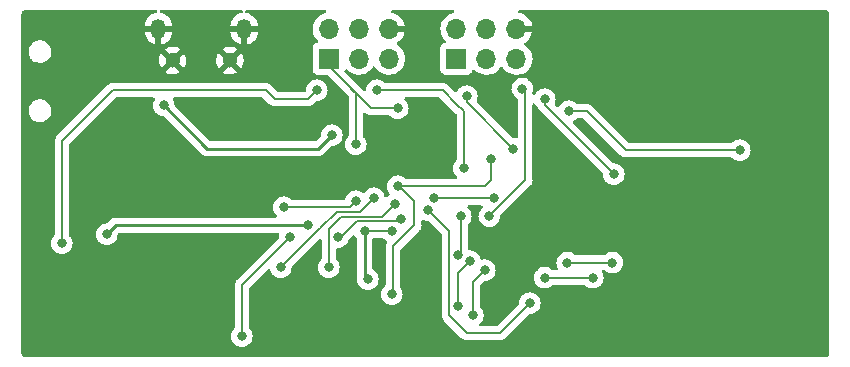
<source format=gbl>
G04 #@! TF.GenerationSoftware,KiCad,Pcbnew,(6.0.10)*
G04 #@! TF.CreationDate,2023-01-18T01:33:26+01:00*
G04 #@! TF.ProjectId,hwpuzzle,68777075-7a7a-46c6-952e-6b696361645f,0.1*
G04 #@! TF.SameCoordinates,Original*
G04 #@! TF.FileFunction,Copper,L2,Bot*
G04 #@! TF.FilePolarity,Positive*
%FSLAX46Y46*%
G04 Gerber Fmt 4.6, Leading zero omitted, Abs format (unit mm)*
G04 Created by KiCad (PCBNEW (6.0.10)) date 2023-01-18 01:33:26*
%MOMM*%
%LPD*%
G01*
G04 APERTURE LIST*
G04 #@! TA.AperFunction,ComponentPad*
%ADD10C,1.300000*%
G04 #@! TD*
G04 #@! TA.AperFunction,ComponentPad*
%ADD11O,1.300000X1.700000*%
G04 #@! TD*
G04 #@! TA.AperFunction,ComponentPad*
%ADD12R,1.700000X1.700000*%
G04 #@! TD*
G04 #@! TA.AperFunction,ComponentPad*
%ADD13O,1.700000X1.700000*%
G04 #@! TD*
G04 #@! TA.AperFunction,ViaPad*
%ADD14C,0.800000*%
G04 #@! TD*
G04 #@! TA.AperFunction,Conductor*
%ADD15C,0.200000*%
G04 #@! TD*
G04 #@! TA.AperFunction,Conductor*
%ADD16C,0.250000*%
G04 #@! TD*
G04 APERTURE END LIST*
D10*
X112510000Y-73181000D03*
X117360000Y-73181000D03*
D11*
X111310000Y-70501000D03*
X118560000Y-70501000D03*
D12*
X125730000Y-73025000D03*
D13*
X125730000Y-70485000D03*
X128270000Y-73025000D03*
X128270000Y-70485000D03*
X130810000Y-73025000D03*
X130810000Y-70485000D03*
D12*
X136540000Y-73030000D03*
D13*
X136540000Y-70490000D03*
X139080000Y-73030000D03*
X139080000Y-70490000D03*
X141620000Y-73030000D03*
X141620000Y-70490000D03*
D14*
X121666000Y-90678000D03*
X126492000Y-88138000D03*
X122428000Y-88138000D03*
X127254000Y-90069500D03*
X125730000Y-90678000D03*
X131318000Y-85344000D03*
X129540000Y-84836000D03*
X134112000Y-85852000D03*
X142748000Y-93726000D03*
X149860000Y-82804000D03*
X144018000Y-76454000D03*
X160528000Y-80772000D03*
X146050000Y-77470000D03*
X136652000Y-89662000D03*
X136906000Y-86360000D03*
X134620000Y-84836000D03*
X139700000Y-84836000D03*
X137414000Y-76200000D03*
X122936000Y-72898000D03*
X105156000Y-80264000D03*
X118618000Y-84328000D03*
X165354000Y-88900000D03*
X109474000Y-80772000D03*
X123698000Y-81915000D03*
X145288000Y-96012000D03*
X119126000Y-76708000D03*
X126746000Y-81788000D03*
X155956000Y-79502000D03*
X109728000Y-89916000D03*
X108204000Y-84582000D03*
X130429000Y-79502000D03*
X146558000Y-88900000D03*
X128778000Y-87630000D03*
X129032000Y-91694000D03*
X131064000Y-87630000D03*
X144018000Y-91567000D03*
X148082000Y-91567000D03*
X145923000Y-90297000D03*
X149733000Y-90297000D03*
X141351000Y-80645000D03*
X123952000Y-87122000D03*
X106934000Y-87884000D03*
X103124000Y-88646000D03*
X129794000Y-75692000D03*
X137160000Y-82296000D03*
X124714000Y-75692000D03*
X118364000Y-96520000D03*
X131826000Y-86614000D03*
X128016000Y-85090000D03*
X128016000Y-80264000D03*
X131572000Y-77216000D03*
X121920000Y-85598000D03*
X142113000Y-75565000D03*
X139319000Y-86360000D03*
X111760000Y-76962000D03*
X125984000Y-79502000D03*
X139446000Y-81534000D03*
X131064000Y-92964000D03*
X131572000Y-83820000D03*
X136652000Y-93980000D03*
X137668000Y-90170000D03*
X138938000Y-90932000D03*
X137922000Y-94742000D03*
D15*
X124987000Y-87395000D02*
X124949000Y-87395000D01*
X124949000Y-87395000D02*
X121666000Y-90678000D01*
X124987000Y-87395000D02*
X126384000Y-85998000D01*
X126384000Y-85998000D02*
X128378000Y-85998000D01*
X128378000Y-85998000D02*
X129540000Y-84836000D01*
X126746000Y-88138000D02*
X126492000Y-88138000D01*
X128078000Y-86806000D02*
X126746000Y-88138000D01*
X125730000Y-90678000D02*
X125730000Y-87433686D01*
X125730000Y-87433686D02*
X126765686Y-86398000D01*
X126765686Y-86398000D02*
X128270000Y-86398000D01*
D16*
X128778000Y-87630000D02*
X128778000Y-91440000D01*
D15*
X131318000Y-85344000D02*
X130264000Y-86398000D01*
X130264000Y-86398000D02*
X127292000Y-86398000D01*
X135890000Y-94234000D02*
X135890000Y-94742000D01*
X135890000Y-94742000D02*
X137414000Y-96266000D01*
X137414000Y-96266000D02*
X140208000Y-96266000D01*
X134112000Y-85852000D02*
X135890000Y-87630000D01*
X135890000Y-87630000D02*
X135890000Y-94234000D01*
X140208000Y-96266000D02*
X142748000Y-93726000D01*
X131699000Y-83820000D02*
X132969000Y-85090000D01*
X132969000Y-85090000D02*
X132969000Y-87122000D01*
X132969000Y-87122000D02*
X131191000Y-88900000D01*
X131191000Y-88900000D02*
X131191000Y-92837000D01*
X146812000Y-79756000D02*
X149860000Y-82804000D01*
X144018000Y-76454000D02*
X144018000Y-76962000D01*
X144018000Y-76962000D02*
X146812000Y-79756000D01*
X150876000Y-80772000D02*
X160528000Y-80772000D01*
X147574000Y-77470000D02*
X150876000Y-80772000D01*
X146050000Y-77470000D02*
X147574000Y-77470000D01*
X136906000Y-89408000D02*
X136652000Y-89662000D01*
X136906000Y-86360000D02*
X136906000Y-89408000D01*
X134620000Y-84836000D02*
X139700000Y-84836000D01*
X141351000Y-80645000D02*
X137414000Y-76708000D01*
X137414000Y-76708000D02*
X137414000Y-76200000D01*
X131064000Y-87630000D02*
X128778000Y-87630000D01*
D16*
X128778000Y-91440000D02*
X129032000Y-91694000D01*
D15*
X144018000Y-91567000D02*
X148082000Y-91567000D01*
X145923000Y-90297000D02*
X149733000Y-90297000D01*
D16*
X120650000Y-87122000D02*
X107696000Y-87122000D01*
X120650000Y-87122000D02*
X123952000Y-87122000D01*
X107696000Y-87122000D02*
X106934000Y-87884000D01*
D15*
X129794000Y-75692000D02*
X135382000Y-75692000D01*
X107442000Y-75692000D02*
X120396000Y-75692000D01*
X123952000Y-76454000D02*
X124714000Y-75692000D01*
X137160000Y-77470000D02*
X137160000Y-82296000D01*
X121158000Y-76454000D02*
X123952000Y-76454000D01*
X136525000Y-76835000D02*
X137160000Y-77470000D01*
X103124000Y-80010000D02*
X107442000Y-75692000D01*
X103124000Y-88646000D02*
X103124000Y-80010000D01*
X135382000Y-75692000D02*
X136525000Y-76835000D01*
X120396000Y-75692000D02*
X121158000Y-76454000D01*
X131634000Y-86806000D02*
X128078000Y-86806000D01*
X122174000Y-88392000D02*
X118364000Y-92202000D01*
X131826000Y-86614000D02*
X131634000Y-86806000D01*
X118364000Y-92202000D02*
X118364000Y-96520000D01*
X128016000Y-75946000D02*
X127571500Y-75501500D01*
X125730000Y-73660000D02*
X125730000Y-73025000D01*
X121920000Y-85598000D02*
X127508000Y-85598000D01*
X127571500Y-75501500D02*
X125730000Y-73660000D01*
X131572000Y-77216000D02*
X129286000Y-77216000D01*
X128016000Y-80264000D02*
X128016000Y-75946000D01*
X128270000Y-76200000D02*
X127635000Y-75565000D01*
X128016000Y-75946000D02*
X127635000Y-75565000D01*
X127508000Y-85598000D02*
X128016000Y-85090000D01*
X127635000Y-75565000D02*
X127571500Y-75501500D01*
X129286000Y-77216000D02*
X128270000Y-76200000D01*
X142367000Y-75819000D02*
X142113000Y-75565000D01*
X142367000Y-78740000D02*
X142367000Y-83312000D01*
X142367000Y-78740000D02*
X142367000Y-75819000D01*
X142367000Y-83312000D02*
X139319000Y-86360000D01*
D16*
X115443000Y-80645000D02*
X118491000Y-80645000D01*
X124841000Y-80645000D02*
X125984000Y-79502000D01*
X111760000Y-76962000D02*
X115443000Y-80645000D01*
X118491000Y-80645000D02*
X124841000Y-80645000D01*
D15*
X134620000Y-83820000D02*
X133858000Y-83820000D01*
X139446000Y-81534000D02*
X139446000Y-83312000D01*
X131191000Y-92837000D02*
X131064000Y-92964000D01*
X138938000Y-83820000D02*
X134620000Y-83820000D01*
X131572000Y-83820000D02*
X131699000Y-83820000D01*
X139446000Y-83312000D02*
X139192000Y-83566000D01*
X133858000Y-83820000D02*
X131572000Y-83820000D01*
X139192000Y-83566000D02*
X138938000Y-83820000D01*
X137668000Y-90170000D02*
X136652000Y-91186000D01*
X136652000Y-91186000D02*
X136652000Y-93980000D01*
X137922000Y-91948000D02*
X137922000Y-94742000D01*
X138938000Y-90932000D02*
X137922000Y-91948000D01*
G04 #@! TA.AperFunction,Conductor*
G36*
X111166278Y-68928502D02*
G01*
X111212771Y-68982158D01*
X111222875Y-69052432D01*
X111193381Y-69117012D01*
X111133655Y-69155396D01*
X111119495Y-69158680D01*
X111014701Y-69176687D01*
X111003581Y-69179667D01*
X110814748Y-69249331D01*
X110804370Y-69254281D01*
X110631394Y-69357191D01*
X110622085Y-69363955D01*
X110470757Y-69496665D01*
X110462847Y-69505000D01*
X110338236Y-69663069D01*
X110331968Y-69672720D01*
X110238257Y-69850836D01*
X110233848Y-69861479D01*
X110174167Y-70053684D01*
X110171773Y-70064946D01*
X110152437Y-70228322D01*
X110152336Y-70230029D01*
X110156475Y-70244124D01*
X110157865Y-70245329D01*
X110165548Y-70247000D01*
X112449884Y-70247000D01*
X112464429Y-70242729D01*
X112466492Y-70230595D01*
X112454016Y-70094824D01*
X112451918Y-70083503D01*
X112397287Y-69889797D01*
X112393163Y-69879050D01*
X112304141Y-69698534D01*
X112298131Y-69688727D01*
X112177701Y-69527451D01*
X112170011Y-69518911D01*
X112022206Y-69382280D01*
X112013081Y-69375279D01*
X111842856Y-69267875D01*
X111832609Y-69262654D01*
X111645663Y-69188070D01*
X111634635Y-69184803D01*
X111500282Y-69158079D01*
X111437372Y-69125172D01*
X111402240Y-69063477D01*
X111406040Y-68992582D01*
X111447566Y-68934996D01*
X111513632Y-68909002D01*
X111524863Y-68908500D01*
X118348157Y-68908500D01*
X118416278Y-68928502D01*
X118462771Y-68982158D01*
X118472875Y-69052432D01*
X118443381Y-69117012D01*
X118383655Y-69155396D01*
X118369495Y-69158680D01*
X118264701Y-69176687D01*
X118253581Y-69179667D01*
X118064748Y-69249331D01*
X118054370Y-69254281D01*
X117881394Y-69357191D01*
X117872085Y-69363955D01*
X117720757Y-69496665D01*
X117712847Y-69505000D01*
X117588236Y-69663069D01*
X117581968Y-69672720D01*
X117488257Y-69850836D01*
X117483848Y-69861479D01*
X117424167Y-70053684D01*
X117421773Y-70064946D01*
X117402437Y-70228322D01*
X117402336Y-70230029D01*
X117406475Y-70244124D01*
X117407865Y-70245329D01*
X117415548Y-70247000D01*
X119699884Y-70247000D01*
X119714429Y-70242729D01*
X119716492Y-70230595D01*
X119704016Y-70094824D01*
X119701918Y-70083503D01*
X119647287Y-69889797D01*
X119643163Y-69879050D01*
X119554141Y-69698534D01*
X119548131Y-69688727D01*
X119427701Y-69527451D01*
X119420011Y-69518911D01*
X119272206Y-69382280D01*
X119263081Y-69375279D01*
X119092856Y-69267875D01*
X119082609Y-69262654D01*
X118895663Y-69188070D01*
X118884635Y-69184803D01*
X118750282Y-69158079D01*
X118687372Y-69125172D01*
X118652240Y-69063477D01*
X118656040Y-68992582D01*
X118697566Y-68934996D01*
X118763632Y-68909002D01*
X118774863Y-68908500D01*
X125394633Y-68908500D01*
X125462754Y-68928502D01*
X125509247Y-68982158D01*
X125519351Y-69052432D01*
X125489857Y-69117012D01*
X125423833Y-69157070D01*
X125419204Y-69158173D01*
X125414091Y-69158955D01*
X125409178Y-69160561D01*
X125409173Y-69160562D01*
X125325014Y-69188070D01*
X125201756Y-69228357D01*
X125003607Y-69331507D01*
X124999474Y-69334610D01*
X124999471Y-69334612D01*
X124829100Y-69462530D01*
X124824965Y-69465635D01*
X124670629Y-69627138D01*
X124667720Y-69631403D01*
X124667714Y-69631411D01*
X124639535Y-69672720D01*
X124544743Y-69811680D01*
X124450688Y-70014305D01*
X124390989Y-70229570D01*
X124367251Y-70451695D01*
X124367548Y-70456848D01*
X124367548Y-70456851D01*
X124373011Y-70551590D01*
X124380110Y-70674715D01*
X124381247Y-70679761D01*
X124381248Y-70679767D01*
X124394597Y-70739000D01*
X124429222Y-70892639D01*
X124513266Y-71099616D01*
X124563863Y-71182183D01*
X124627291Y-71285688D01*
X124629987Y-71290088D01*
X124776250Y-71458938D01*
X124780230Y-71462242D01*
X124784981Y-71466187D01*
X124824616Y-71525090D01*
X124826113Y-71596071D01*
X124788997Y-71656593D01*
X124748725Y-71681112D01*
X124706304Y-71697015D01*
X124633295Y-71724385D01*
X124516739Y-71811739D01*
X124429385Y-71928295D01*
X124378255Y-72064684D01*
X124371500Y-72126866D01*
X124371500Y-73923134D01*
X124378255Y-73985316D01*
X124429385Y-74121705D01*
X124516739Y-74238261D01*
X124633295Y-74325615D01*
X124769684Y-74376745D01*
X124831866Y-74383500D01*
X125540761Y-74383500D01*
X125608882Y-74403502D01*
X125629856Y-74420405D01*
X127113023Y-75903572D01*
X127176519Y-75967067D01*
X127176523Y-75967072D01*
X127370595Y-76161144D01*
X127404621Y-76223456D01*
X127407500Y-76250239D01*
X127407500Y-79533710D01*
X127387498Y-79601831D01*
X127375136Y-79618020D01*
X127286466Y-79716498D01*
X127276960Y-79727056D01*
X127256879Y-79761837D01*
X127200455Y-79859567D01*
X127181473Y-79892444D01*
X127122458Y-80074072D01*
X127121768Y-80080633D01*
X127121768Y-80080635D01*
X127106580Y-80225144D01*
X127102496Y-80264000D01*
X127103186Y-80270565D01*
X127117894Y-80410500D01*
X127122458Y-80453928D01*
X127181473Y-80635556D01*
X127184776Y-80641278D01*
X127184777Y-80641279D01*
X127190716Y-80651565D01*
X127276960Y-80800944D01*
X127281378Y-80805851D01*
X127281379Y-80805852D01*
X127325753Y-80855134D01*
X127404747Y-80942866D01*
X127559248Y-81055118D01*
X127565276Y-81057802D01*
X127565278Y-81057803D01*
X127721262Y-81127251D01*
X127733712Y-81132794D01*
X127812505Y-81149542D01*
X127914056Y-81171128D01*
X127914061Y-81171128D01*
X127920513Y-81172500D01*
X128111487Y-81172500D01*
X128117939Y-81171128D01*
X128117944Y-81171128D01*
X128219495Y-81149542D01*
X128298288Y-81132794D01*
X128310738Y-81127251D01*
X128466722Y-81057803D01*
X128466724Y-81057802D01*
X128472752Y-81055118D01*
X128627253Y-80942866D01*
X128706247Y-80855134D01*
X128750621Y-80805852D01*
X128750622Y-80805851D01*
X128755040Y-80800944D01*
X128841284Y-80651565D01*
X128847223Y-80641279D01*
X128847224Y-80641278D01*
X128850527Y-80635556D01*
X128909542Y-80453928D01*
X128914107Y-80410500D01*
X128928814Y-80270565D01*
X128929504Y-80264000D01*
X128925420Y-80225144D01*
X128910232Y-80080635D01*
X128910232Y-80080633D01*
X128909542Y-80074072D01*
X128850527Y-79892444D01*
X128831546Y-79859567D01*
X128775121Y-79761837D01*
X128755040Y-79727056D01*
X128745534Y-79716498D01*
X128656864Y-79618020D01*
X128626146Y-79554013D01*
X128624500Y-79533710D01*
X128624500Y-77724670D01*
X128644502Y-77656549D01*
X128698158Y-77610056D01*
X128768432Y-77599952D01*
X128833012Y-77629446D01*
X128840912Y-77637830D01*
X128841146Y-77637596D01*
X128846987Y-77643437D01*
X128852013Y-77649987D01*
X128858563Y-77655013D01*
X128883925Y-77674474D01*
X128883928Y-77674477D01*
X128945925Y-77722049D01*
X128979124Y-77747524D01*
X129127149Y-77808838D01*
X129135336Y-77809916D01*
X129135337Y-77809916D01*
X129146542Y-77811391D01*
X129177738Y-77815498D01*
X129246115Y-77824500D01*
X129246118Y-77824500D01*
X129246126Y-77824501D01*
X129277811Y-77828672D01*
X129286000Y-77829750D01*
X129317693Y-77825578D01*
X129334136Y-77824500D01*
X130841290Y-77824500D01*
X130909411Y-77844502D01*
X130934926Y-77866189D01*
X130960747Y-77894866D01*
X131115248Y-78007118D01*
X131121276Y-78009802D01*
X131121278Y-78009803D01*
X131139330Y-78017840D01*
X131289712Y-78084794D01*
X131354203Y-78098502D01*
X131470056Y-78123128D01*
X131470061Y-78123128D01*
X131476513Y-78124500D01*
X131667487Y-78124500D01*
X131673939Y-78123128D01*
X131673944Y-78123128D01*
X131789797Y-78098502D01*
X131854288Y-78084794D01*
X132004670Y-78017840D01*
X132022722Y-78009803D01*
X132022724Y-78009802D01*
X132028752Y-78007118D01*
X132183253Y-77894866D01*
X132311040Y-77752944D01*
X132406527Y-77587556D01*
X132465542Y-77405928D01*
X132485504Y-77216000D01*
X132478080Y-77145365D01*
X132466232Y-77032635D01*
X132466232Y-77032633D01*
X132465542Y-77026072D01*
X132406527Y-76844444D01*
X132397925Y-76829544D01*
X132361001Y-76765591D01*
X132311040Y-76679056D01*
X132285064Y-76650206D01*
X132187675Y-76542045D01*
X132187674Y-76542044D01*
X132183253Y-76537134D01*
X132171281Y-76528436D01*
X132127928Y-76472215D01*
X132121851Y-76401479D01*
X132154983Y-76338687D01*
X132216802Y-76303775D01*
X132245342Y-76300500D01*
X135077761Y-76300500D01*
X135145882Y-76320502D01*
X135166856Y-76337405D01*
X136514595Y-77685144D01*
X136548621Y-77747456D01*
X136551500Y-77774239D01*
X136551500Y-81565710D01*
X136531498Y-81633831D01*
X136519136Y-81650020D01*
X136425379Y-81754148D01*
X136420960Y-81759056D01*
X136325473Y-81924444D01*
X136266458Y-82106072D01*
X136265768Y-82112633D01*
X136265768Y-82112635D01*
X136255234Y-82212866D01*
X136246496Y-82296000D01*
X136266458Y-82485928D01*
X136325473Y-82667556D01*
X136420960Y-82832944D01*
X136548747Y-82974866D01*
X136560719Y-82983564D01*
X136604072Y-83039785D01*
X136610149Y-83110521D01*
X136577017Y-83173313D01*
X136515198Y-83208225D01*
X136486658Y-83211500D01*
X132302710Y-83211500D01*
X132234589Y-83191498D01*
X132209074Y-83169811D01*
X132187668Y-83146037D01*
X132187666Y-83146036D01*
X132183253Y-83141134D01*
X132093442Y-83075882D01*
X132034094Y-83032763D01*
X132034093Y-83032762D01*
X132028752Y-83028882D01*
X132022724Y-83026198D01*
X132022722Y-83026197D01*
X131860319Y-82953891D01*
X131860318Y-82953891D01*
X131854288Y-82951206D01*
X131760888Y-82931353D01*
X131673944Y-82912872D01*
X131673939Y-82912872D01*
X131667487Y-82911500D01*
X131476513Y-82911500D01*
X131470061Y-82912872D01*
X131470056Y-82912872D01*
X131383112Y-82931353D01*
X131289712Y-82951206D01*
X131283682Y-82953891D01*
X131283681Y-82953891D01*
X131121278Y-83026197D01*
X131121276Y-83026198D01*
X131115248Y-83028882D01*
X131109907Y-83032762D01*
X131109906Y-83032763D01*
X131059843Y-83069136D01*
X130960747Y-83141134D01*
X130956326Y-83146044D01*
X130956325Y-83146045D01*
X130850241Y-83263864D01*
X130832960Y-83283056D01*
X130737473Y-83448444D01*
X130678458Y-83630072D01*
X130677768Y-83636633D01*
X130677768Y-83636635D01*
X130665746Y-83751016D01*
X130658496Y-83820000D01*
X130659186Y-83826565D01*
X130673824Y-83965834D01*
X130678458Y-84009928D01*
X130737473Y-84191556D01*
X130832960Y-84356944D01*
X130857165Y-84383827D01*
X130887881Y-84447831D01*
X130879118Y-84518285D01*
X130837589Y-84570071D01*
X130805429Y-84593437D01*
X130706747Y-84665134D01*
X130653258Y-84724540D01*
X130592812Y-84761779D01*
X130521828Y-84760427D01*
X130462844Y-84720913D01*
X130436630Y-84658882D01*
X130435606Y-84659100D01*
X130434477Y-84653788D01*
X130434312Y-84653398D01*
X130434232Y-84652636D01*
X130434232Y-84652635D01*
X130433542Y-84646072D01*
X130374527Y-84464444D01*
X130364936Y-84447831D01*
X130282341Y-84304774D01*
X130279040Y-84299056D01*
X130151253Y-84157134D01*
X129996752Y-84044882D01*
X129990724Y-84042198D01*
X129990722Y-84042197D01*
X129828319Y-83969891D01*
X129828318Y-83969891D01*
X129822288Y-83967206D01*
X129728888Y-83947353D01*
X129641944Y-83928872D01*
X129641939Y-83928872D01*
X129635487Y-83927500D01*
X129444513Y-83927500D01*
X129438061Y-83928872D01*
X129438056Y-83928872D01*
X129351112Y-83947353D01*
X129257712Y-83967206D01*
X129251682Y-83969891D01*
X129251681Y-83969891D01*
X129089278Y-84042197D01*
X129089276Y-84042198D01*
X129083248Y-84044882D01*
X128928747Y-84157134D01*
X128800960Y-84299056D01*
X128797659Y-84304774D01*
X128774010Y-84345735D01*
X128722628Y-84394728D01*
X128652914Y-84408164D01*
X128590830Y-84384671D01*
X128478094Y-84302763D01*
X128478093Y-84302762D01*
X128472752Y-84298882D01*
X128466724Y-84296198D01*
X128466722Y-84296197D01*
X128304319Y-84223891D01*
X128304318Y-84223891D01*
X128298288Y-84221206D01*
X128185721Y-84197279D01*
X128117944Y-84182872D01*
X128117939Y-84182872D01*
X128111487Y-84181500D01*
X127920513Y-84181500D01*
X127914061Y-84182872D01*
X127914056Y-84182872D01*
X127846279Y-84197279D01*
X127733712Y-84221206D01*
X127727682Y-84223891D01*
X127727681Y-84223891D01*
X127565278Y-84296197D01*
X127565276Y-84296198D01*
X127559248Y-84298882D01*
X127404747Y-84411134D01*
X127400326Y-84416044D01*
X127400325Y-84416045D01*
X127356747Y-84464444D01*
X127276960Y-84553056D01*
X127265773Y-84572432D01*
X127209419Y-84670041D01*
X127181473Y-84718444D01*
X127122458Y-84900072D01*
X127120174Y-84899330D01*
X127091622Y-84952189D01*
X127029465Y-84986497D01*
X127002122Y-84989500D01*
X122650710Y-84989500D01*
X122582589Y-84969498D01*
X122557074Y-84947811D01*
X122535668Y-84924037D01*
X122535666Y-84924036D01*
X122531253Y-84919134D01*
X122503995Y-84899330D01*
X122382094Y-84810763D01*
X122382093Y-84810762D01*
X122376752Y-84806882D01*
X122370724Y-84804198D01*
X122370722Y-84804197D01*
X122208319Y-84731891D01*
X122208318Y-84731891D01*
X122202288Y-84729206D01*
X122108888Y-84709353D01*
X122021944Y-84690872D01*
X122021939Y-84690872D01*
X122015487Y-84689500D01*
X121824513Y-84689500D01*
X121818061Y-84690872D01*
X121818056Y-84690872D01*
X121731112Y-84709353D01*
X121637712Y-84729206D01*
X121631682Y-84731891D01*
X121631681Y-84731891D01*
X121469278Y-84804197D01*
X121469276Y-84804198D01*
X121463248Y-84806882D01*
X121457907Y-84810762D01*
X121457906Y-84810763D01*
X121444529Y-84820482D01*
X121308747Y-84919134D01*
X121304326Y-84924044D01*
X121304325Y-84924045D01*
X121260747Y-84972444D01*
X121180960Y-85061056D01*
X121085473Y-85226444D01*
X121026458Y-85408072D01*
X121025768Y-85414633D01*
X121025768Y-85414635D01*
X121020527Y-85464502D01*
X121006496Y-85598000D01*
X121007186Y-85604565D01*
X121022315Y-85748505D01*
X121026458Y-85787928D01*
X121085473Y-85969556D01*
X121180960Y-86134944D01*
X121185378Y-86139851D01*
X121185379Y-86139852D01*
X121308747Y-86276866D01*
X121306868Y-86278558D01*
X121338136Y-86329328D01*
X121336774Y-86400312D01*
X121297251Y-86459290D01*
X121232116Y-86487539D01*
X121216581Y-86488500D01*
X107774768Y-86488500D01*
X107763585Y-86487973D01*
X107756092Y-86486298D01*
X107748166Y-86486547D01*
X107748165Y-86486547D01*
X107688002Y-86488438D01*
X107684044Y-86488500D01*
X107656144Y-86488500D01*
X107652154Y-86489004D01*
X107640320Y-86489936D01*
X107596111Y-86491326D01*
X107588497Y-86493538D01*
X107588492Y-86493539D01*
X107576659Y-86496977D01*
X107557296Y-86500988D01*
X107537203Y-86503526D01*
X107529836Y-86506443D01*
X107529831Y-86506444D01*
X107496092Y-86519802D01*
X107484865Y-86523646D01*
X107442407Y-86535982D01*
X107435581Y-86540019D01*
X107424972Y-86546293D01*
X107407224Y-86554988D01*
X107388383Y-86562448D01*
X107381967Y-86567110D01*
X107381966Y-86567110D01*
X107352613Y-86588436D01*
X107342693Y-86594952D01*
X107311465Y-86613420D01*
X107311462Y-86613422D01*
X107304638Y-86617458D01*
X107290317Y-86631779D01*
X107275284Y-86644619D01*
X107258893Y-86656528D01*
X107253840Y-86662636D01*
X107230708Y-86690598D01*
X107222718Y-86699378D01*
X106983501Y-86938595D01*
X106921189Y-86972621D01*
X106894406Y-86975500D01*
X106838513Y-86975500D01*
X106832061Y-86976872D01*
X106832056Y-86976872D01*
X106745113Y-86995353D01*
X106651712Y-87015206D01*
X106645682Y-87017891D01*
X106645681Y-87017891D01*
X106483278Y-87090197D01*
X106483276Y-87090198D01*
X106477248Y-87092882D01*
X106322747Y-87205134D01*
X106194960Y-87347056D01*
X106099473Y-87512444D01*
X106040458Y-87694072D01*
X106020496Y-87884000D01*
X106021186Y-87890565D01*
X106033125Y-88004154D01*
X106040458Y-88073928D01*
X106099473Y-88255556D01*
X106102776Y-88261278D01*
X106102777Y-88261279D01*
X106110378Y-88274444D01*
X106194960Y-88420944D01*
X106199378Y-88425851D01*
X106199379Y-88425852D01*
X106306455Y-88544772D01*
X106322747Y-88562866D01*
X106368067Y-88595793D01*
X106446207Y-88652565D01*
X106477248Y-88675118D01*
X106483276Y-88677802D01*
X106483278Y-88677803D01*
X106608415Y-88733517D01*
X106651712Y-88752794D01*
X106745112Y-88772647D01*
X106832056Y-88791128D01*
X106832061Y-88791128D01*
X106838513Y-88792500D01*
X107029487Y-88792500D01*
X107035939Y-88791128D01*
X107035944Y-88791128D01*
X107122888Y-88772647D01*
X107216288Y-88752794D01*
X107259585Y-88733517D01*
X107384722Y-88677803D01*
X107384724Y-88677802D01*
X107390752Y-88675118D01*
X107421794Y-88652565D01*
X107499933Y-88595793D01*
X107545253Y-88562866D01*
X107561545Y-88544772D01*
X107668621Y-88425852D01*
X107668622Y-88425851D01*
X107673040Y-88420944D01*
X107757622Y-88274444D01*
X107765223Y-88261279D01*
X107765224Y-88261278D01*
X107768527Y-88255556D01*
X107827542Y-88073928D01*
X107834876Y-88004154D01*
X107844907Y-87908708D01*
X107871920Y-87843051D01*
X107881123Y-87832781D01*
X107921502Y-87792403D01*
X107983814Y-87758379D01*
X108010596Y-87755500D01*
X121423605Y-87755500D01*
X121491726Y-87775502D01*
X121538219Y-87829158D01*
X121548323Y-87899432D01*
X121543437Y-87920438D01*
X121536498Y-87941792D01*
X121536497Y-87941797D01*
X121534458Y-87948072D01*
X121533768Y-87954633D01*
X121533768Y-87954635D01*
X121518054Y-88104148D01*
X121514496Y-88138000D01*
X121514684Y-88139786D01*
X121495184Y-88206196D01*
X121478281Y-88227170D01*
X117967766Y-91737685D01*
X117955375Y-91748552D01*
X117930013Y-91768013D01*
X117905526Y-91799925D01*
X117905523Y-91799928D01*
X117903806Y-91802166D01*
X117875444Y-91839128D01*
X117832476Y-91895124D01*
X117771162Y-92043149D01*
X117771162Y-92043150D01*
X117769414Y-92056426D01*
X117768212Y-92065556D01*
X117755500Y-92162115D01*
X117755500Y-92162120D01*
X117750250Y-92202000D01*
X117751328Y-92210188D01*
X117754422Y-92233690D01*
X117755500Y-92250136D01*
X117755500Y-95789710D01*
X117735498Y-95857831D01*
X117723136Y-95874020D01*
X117624960Y-95983056D01*
X117529473Y-96148444D01*
X117470458Y-96330072D01*
X117450496Y-96520000D01*
X117451186Y-96526565D01*
X117466748Y-96674625D01*
X117470458Y-96709928D01*
X117529473Y-96891556D01*
X117624960Y-97056944D01*
X117752747Y-97198866D01*
X117907248Y-97311118D01*
X117913276Y-97313802D01*
X117913278Y-97313803D01*
X118075681Y-97386109D01*
X118081712Y-97388794D01*
X118175112Y-97408647D01*
X118262056Y-97427128D01*
X118262061Y-97427128D01*
X118268513Y-97428500D01*
X118459487Y-97428500D01*
X118465939Y-97427128D01*
X118465944Y-97427128D01*
X118552888Y-97408647D01*
X118646288Y-97388794D01*
X118652319Y-97386109D01*
X118814722Y-97313803D01*
X118814724Y-97313802D01*
X118820752Y-97311118D01*
X118975253Y-97198866D01*
X119103040Y-97056944D01*
X119198527Y-96891556D01*
X119257542Y-96709928D01*
X119261253Y-96674625D01*
X119276814Y-96526565D01*
X119277504Y-96520000D01*
X119257542Y-96330072D01*
X119198527Y-96148444D01*
X119103040Y-95983056D01*
X119004864Y-95874020D01*
X118974146Y-95810013D01*
X118972500Y-95789710D01*
X118972500Y-92506239D01*
X118992502Y-92438118D01*
X119009405Y-92417144D01*
X120574627Y-90851922D01*
X120636939Y-90817896D01*
X120707754Y-90822961D01*
X120764590Y-90865508D01*
X120783555Y-90902081D01*
X120831473Y-91049556D01*
X120926960Y-91214944D01*
X120931378Y-91219851D01*
X120931379Y-91219852D01*
X121018600Y-91316721D01*
X121054747Y-91356866D01*
X121153843Y-91428864D01*
X121182877Y-91449958D01*
X121209248Y-91469118D01*
X121215276Y-91471802D01*
X121215278Y-91471803D01*
X121287756Y-91504072D01*
X121383712Y-91546794D01*
X121447888Y-91560435D01*
X121564056Y-91585128D01*
X121564061Y-91585128D01*
X121570513Y-91586500D01*
X121761487Y-91586500D01*
X121767939Y-91585128D01*
X121767944Y-91585128D01*
X121884112Y-91560435D01*
X121948288Y-91546794D01*
X122044244Y-91504072D01*
X122116722Y-91471803D01*
X122116724Y-91471802D01*
X122122752Y-91469118D01*
X122149124Y-91449958D01*
X122178157Y-91428864D01*
X122277253Y-91356866D01*
X122313400Y-91316721D01*
X122400621Y-91219852D01*
X122400622Y-91219851D01*
X122405040Y-91214944D01*
X122500527Y-91049556D01*
X122559542Y-90867928D01*
X122562636Y-90838495D01*
X122578814Y-90684565D01*
X122579504Y-90678000D01*
X122579316Y-90676214D01*
X122598816Y-90609804D01*
X122615719Y-90588830D01*
X124906405Y-88298144D01*
X124968717Y-88264118D01*
X125039532Y-88269183D01*
X125096368Y-88311730D01*
X125121179Y-88378250D01*
X125121500Y-88387239D01*
X125121500Y-89947710D01*
X125101498Y-90015831D01*
X125089136Y-90032020D01*
X125061056Y-90063206D01*
X124990960Y-90141056D01*
X124987659Y-90146774D01*
X124900926Y-90297000D01*
X124895473Y-90306444D01*
X124836458Y-90488072D01*
X124835768Y-90494633D01*
X124835768Y-90494635D01*
X124818401Y-90659872D01*
X124816496Y-90678000D01*
X124817186Y-90684565D01*
X124833365Y-90838495D01*
X124836458Y-90867928D01*
X124895473Y-91049556D01*
X124990960Y-91214944D01*
X124995378Y-91219851D01*
X124995379Y-91219852D01*
X125082600Y-91316721D01*
X125118747Y-91356866D01*
X125217843Y-91428864D01*
X125246877Y-91449958D01*
X125273248Y-91469118D01*
X125279276Y-91471802D01*
X125279278Y-91471803D01*
X125351756Y-91504072D01*
X125447712Y-91546794D01*
X125511888Y-91560435D01*
X125628056Y-91585128D01*
X125628061Y-91585128D01*
X125634513Y-91586500D01*
X125825487Y-91586500D01*
X125831939Y-91585128D01*
X125831944Y-91585128D01*
X125948112Y-91560435D01*
X126012288Y-91546794D01*
X126108244Y-91504072D01*
X126180722Y-91471803D01*
X126180724Y-91471802D01*
X126186752Y-91469118D01*
X126213124Y-91449958D01*
X126242157Y-91428864D01*
X126341253Y-91356866D01*
X126377400Y-91316721D01*
X126464621Y-91219852D01*
X126464622Y-91219851D01*
X126469040Y-91214944D01*
X126564527Y-91049556D01*
X126623542Y-90867928D01*
X126626636Y-90838495D01*
X126642814Y-90684565D01*
X126643504Y-90678000D01*
X126641599Y-90659872D01*
X126624232Y-90494635D01*
X126624232Y-90494633D01*
X126623542Y-90488072D01*
X126564527Y-90306444D01*
X126559075Y-90297000D01*
X126472341Y-90146774D01*
X126469040Y-90141056D01*
X126398944Y-90063206D01*
X126370864Y-90032020D01*
X126340146Y-89968013D01*
X126338500Y-89947710D01*
X126338500Y-89172500D01*
X126358502Y-89104379D01*
X126412158Y-89057886D01*
X126464500Y-89046500D01*
X126587487Y-89046500D01*
X126593939Y-89045128D01*
X126593944Y-89045128D01*
X126680888Y-89026647D01*
X126774288Y-89006794D01*
X126906037Y-88948136D01*
X126942722Y-88931803D01*
X126942724Y-88931802D01*
X126948752Y-88929118D01*
X127103253Y-88816866D01*
X127231040Y-88674944D01*
X127326527Y-88509556D01*
X127361236Y-88402733D01*
X127391974Y-88352575D01*
X127753981Y-87990568D01*
X127816293Y-87956542D01*
X127887108Y-87961607D01*
X127943944Y-88004154D01*
X127952195Y-88016663D01*
X128038960Y-88166944D01*
X128112137Y-88248215D01*
X128142853Y-88312221D01*
X128144500Y-88332524D01*
X128144500Y-91361233D01*
X128143973Y-91372416D01*
X128142298Y-91379909D01*
X128142547Y-91387835D01*
X128142547Y-91387836D01*
X128144438Y-91447986D01*
X128144500Y-91451945D01*
X128144500Y-91465720D01*
X128141747Y-91491914D01*
X128140496Y-91497798D01*
X128138458Y-91504072D01*
X128137768Y-91510633D01*
X128137768Y-91510635D01*
X128124053Y-91641124D01*
X128118496Y-91694000D01*
X128119186Y-91700565D01*
X128133894Y-91840500D01*
X128138458Y-91883928D01*
X128197473Y-92065556D01*
X128292960Y-92230944D01*
X128297378Y-92235851D01*
X128297379Y-92235852D01*
X128341753Y-92285134D01*
X128420747Y-92372866D01*
X128481690Y-92417144D01*
X128560122Y-92474128D01*
X128575248Y-92485118D01*
X128581276Y-92487802D01*
X128581278Y-92487803D01*
X128743681Y-92560109D01*
X128749712Y-92562794D01*
X128843113Y-92582647D01*
X128930056Y-92601128D01*
X128930061Y-92601128D01*
X128936513Y-92602500D01*
X129127487Y-92602500D01*
X129133939Y-92601128D01*
X129133944Y-92601128D01*
X129220887Y-92582647D01*
X129314288Y-92562794D01*
X129320319Y-92560109D01*
X129482722Y-92487803D01*
X129482724Y-92487802D01*
X129488752Y-92485118D01*
X129503879Y-92474128D01*
X129582310Y-92417144D01*
X129643253Y-92372866D01*
X129722247Y-92285134D01*
X129766621Y-92235852D01*
X129766622Y-92235851D01*
X129771040Y-92230944D01*
X129866527Y-92065556D01*
X129925542Y-91883928D01*
X129930107Y-91840500D01*
X129944814Y-91700565D01*
X129945504Y-91694000D01*
X129939947Y-91641124D01*
X129926232Y-91510635D01*
X129926232Y-91510633D01*
X129925542Y-91504072D01*
X129866527Y-91322444D01*
X129771040Y-91157056D01*
X129745064Y-91128206D01*
X129647675Y-91020045D01*
X129647674Y-91020044D01*
X129643253Y-91015134D01*
X129519886Y-90925502D01*
X129494094Y-90906763D01*
X129494093Y-90906762D01*
X129488752Y-90902882D01*
X129482722Y-90900197D01*
X129476999Y-90896893D01*
X129478155Y-90894891D01*
X129432144Y-90855771D01*
X129411500Y-90786661D01*
X129411500Y-88364500D01*
X129431502Y-88296379D01*
X129485158Y-88249886D01*
X129537500Y-88238500D01*
X130333290Y-88238500D01*
X130401411Y-88258502D01*
X130426926Y-88280189D01*
X130441504Y-88296379D01*
X130452747Y-88308866D01*
X130607248Y-88421118D01*
X130613107Y-88423727D01*
X130662052Y-88475058D01*
X130675488Y-88544772D01*
X130660429Y-88591882D01*
X130659476Y-88593124D01*
X130615672Y-88698876D01*
X130598162Y-88741150D01*
X130582500Y-88860115D01*
X130582500Y-88860120D01*
X130577250Y-88900000D01*
X130578328Y-88908188D01*
X130581422Y-88931690D01*
X130582500Y-88948136D01*
X130582500Y-92126663D01*
X130562498Y-92194784D01*
X130530561Y-92228599D01*
X130452747Y-92285134D01*
X130448326Y-92290044D01*
X130448325Y-92290045D01*
X130370257Y-92376749D01*
X130324960Y-92427056D01*
X130229473Y-92592444D01*
X130170458Y-92774072D01*
X130169768Y-92780633D01*
X130169768Y-92780635D01*
X130161720Y-92857206D01*
X130150496Y-92964000D01*
X130151186Y-92970565D01*
X130158826Y-93043251D01*
X130170458Y-93153928D01*
X130229473Y-93335556D01*
X130232776Y-93341278D01*
X130232777Y-93341279D01*
X130244007Y-93360729D01*
X130324960Y-93500944D01*
X130329378Y-93505851D01*
X130329379Y-93505852D01*
X130356589Y-93536072D01*
X130452747Y-93642866D01*
X130551843Y-93714864D01*
X130576207Y-93732565D01*
X130607248Y-93755118D01*
X130613276Y-93757802D01*
X130613278Y-93757803D01*
X130775681Y-93830109D01*
X130781712Y-93832794D01*
X130875113Y-93852647D01*
X130962056Y-93871128D01*
X130962061Y-93871128D01*
X130968513Y-93872500D01*
X131159487Y-93872500D01*
X131165939Y-93871128D01*
X131165944Y-93871128D01*
X131252887Y-93852647D01*
X131346288Y-93832794D01*
X131352319Y-93830109D01*
X131514722Y-93757803D01*
X131514724Y-93757802D01*
X131520752Y-93755118D01*
X131551794Y-93732565D01*
X131576157Y-93714864D01*
X131675253Y-93642866D01*
X131771411Y-93536072D01*
X131798621Y-93505852D01*
X131798622Y-93505851D01*
X131803040Y-93500944D01*
X131883993Y-93360729D01*
X131895223Y-93341279D01*
X131895224Y-93341278D01*
X131898527Y-93335556D01*
X131957542Y-93153928D01*
X131969175Y-93043251D01*
X131976814Y-92970565D01*
X131977504Y-92964000D01*
X131966280Y-92857206D01*
X131958232Y-92780635D01*
X131958232Y-92780633D01*
X131957542Y-92774072D01*
X131898527Y-92592444D01*
X131879859Y-92560109D01*
X131816381Y-92450163D01*
X131799500Y-92387163D01*
X131799500Y-89204239D01*
X131819502Y-89136118D01*
X131836405Y-89115144D01*
X133365234Y-87586315D01*
X133377625Y-87575448D01*
X133396437Y-87561013D01*
X133402987Y-87555987D01*
X133427474Y-87524075D01*
X133427478Y-87524071D01*
X133500524Y-87428876D01*
X133561838Y-87280851D01*
X133582751Y-87122000D01*
X133578578Y-87090301D01*
X133577500Y-87073856D01*
X133577500Y-86802525D01*
X133597502Y-86734404D01*
X133651158Y-86687911D01*
X133721432Y-86677807D01*
X133754746Y-86687417D01*
X133829712Y-86720794D01*
X133922915Y-86740605D01*
X134010056Y-86759128D01*
X134010061Y-86759128D01*
X134016513Y-86760500D01*
X134107761Y-86760500D01*
X134175882Y-86780502D01*
X134196856Y-86797405D01*
X135244595Y-87845144D01*
X135278621Y-87907456D01*
X135281500Y-87934239D01*
X135281500Y-94693864D01*
X135280422Y-94710307D01*
X135276250Y-94742000D01*
X135281500Y-94781880D01*
X135281500Y-94781885D01*
X135290309Y-94848794D01*
X135297162Y-94900851D01*
X135358476Y-95048876D01*
X135363503Y-95055427D01*
X135363504Y-95055429D01*
X135431520Y-95144069D01*
X135431526Y-95144075D01*
X135456013Y-95175987D01*
X135462568Y-95181017D01*
X135481379Y-95195452D01*
X135493770Y-95206319D01*
X136949685Y-96662234D01*
X136960552Y-96674625D01*
X136980013Y-96699987D01*
X136986563Y-96705013D01*
X137011925Y-96724474D01*
X137011928Y-96724477D01*
X137081318Y-96777722D01*
X137100570Y-96792495D01*
X137100572Y-96792496D01*
X137107125Y-96797524D01*
X137255150Y-96858838D01*
X137374115Y-96874500D01*
X137374120Y-96874500D01*
X137374129Y-96874501D01*
X137405812Y-96878672D01*
X137414000Y-96879750D01*
X137445693Y-96875578D01*
X137462136Y-96874500D01*
X140159864Y-96874500D01*
X140176307Y-96875578D01*
X140208000Y-96879750D01*
X140216189Y-96878672D01*
X140247874Y-96874501D01*
X140247884Y-96874500D01*
X140247885Y-96874500D01*
X140247901Y-96874498D01*
X140347457Y-96861391D01*
X140358664Y-96859916D01*
X140358666Y-96859915D01*
X140366851Y-96858838D01*
X140514876Y-96797524D01*
X140540683Y-96777722D01*
X140610072Y-96724477D01*
X140610075Y-96724474D01*
X140620850Y-96716206D01*
X140641987Y-96699987D01*
X140647017Y-96693432D01*
X140661452Y-96674621D01*
X140672319Y-96662230D01*
X142663144Y-94671405D01*
X142725456Y-94637379D01*
X142752239Y-94634500D01*
X142843487Y-94634500D01*
X142849939Y-94633128D01*
X142849944Y-94633128D01*
X142936887Y-94614647D01*
X143030288Y-94594794D01*
X143126244Y-94552072D01*
X143198722Y-94519803D01*
X143198724Y-94519802D01*
X143204752Y-94517118D01*
X143359253Y-94404866D01*
X143487040Y-94262944D01*
X143582527Y-94097556D01*
X143641542Y-93915928D01*
X143646107Y-93872500D01*
X143660814Y-93732565D01*
X143661504Y-93726000D01*
X143660814Y-93719435D01*
X143642232Y-93542635D01*
X143642232Y-93542633D01*
X143641542Y-93536072D01*
X143582527Y-93354444D01*
X143487040Y-93189056D01*
X143461064Y-93160206D01*
X143363675Y-93052045D01*
X143363674Y-93052044D01*
X143359253Y-93047134D01*
X143244829Y-92964000D01*
X143210094Y-92938763D01*
X143210093Y-92938762D01*
X143204752Y-92934882D01*
X143198724Y-92932198D01*
X143198722Y-92932197D01*
X143036319Y-92859891D01*
X143036318Y-92859891D01*
X143030288Y-92857206D01*
X142936888Y-92837353D01*
X142849944Y-92818872D01*
X142849939Y-92818872D01*
X142843487Y-92817500D01*
X142652513Y-92817500D01*
X142646061Y-92818872D01*
X142646056Y-92818872D01*
X142559112Y-92837353D01*
X142465712Y-92857206D01*
X142459682Y-92859891D01*
X142459681Y-92859891D01*
X142297278Y-92932197D01*
X142297276Y-92932198D01*
X142291248Y-92934882D01*
X142285907Y-92938762D01*
X142285906Y-92938763D01*
X142251171Y-92964000D01*
X142136747Y-93047134D01*
X142132326Y-93052044D01*
X142132325Y-93052045D01*
X142034937Y-93160206D01*
X142008960Y-93189056D01*
X141913473Y-93354444D01*
X141854458Y-93536072D01*
X141853768Y-93542633D01*
X141853768Y-93542635D01*
X141835186Y-93719435D01*
X141834496Y-93726000D01*
X141834684Y-93727786D01*
X141815184Y-93794196D01*
X141798281Y-93815170D01*
X139992856Y-95620595D01*
X139930544Y-95654621D01*
X139903761Y-95657500D01*
X138595342Y-95657500D01*
X138527221Y-95637498D01*
X138480728Y-95583842D01*
X138470624Y-95513568D01*
X138500118Y-95448988D01*
X138521280Y-95429565D01*
X138533253Y-95420866D01*
X138661040Y-95278944D01*
X138756527Y-95113556D01*
X138815542Y-94931928D01*
X138831313Y-94781880D01*
X138834814Y-94748565D01*
X138835504Y-94742000D01*
X138832173Y-94710310D01*
X138816232Y-94558635D01*
X138816232Y-94558633D01*
X138815542Y-94552072D01*
X138756527Y-94370444D01*
X138661040Y-94205056D01*
X138562864Y-94096020D01*
X138532146Y-94032013D01*
X138530500Y-94011710D01*
X138530500Y-92252239D01*
X138550502Y-92184118D01*
X138567405Y-92163144D01*
X138853144Y-91877405D01*
X138915456Y-91843379D01*
X138942239Y-91840500D01*
X139033487Y-91840500D01*
X139039939Y-91839128D01*
X139039944Y-91839128D01*
X139126887Y-91820647D01*
X139220288Y-91800794D01*
X139293916Y-91768013D01*
X139388722Y-91725803D01*
X139388724Y-91725802D01*
X139394752Y-91723118D01*
X139425794Y-91700565D01*
X139450157Y-91682864D01*
X139549253Y-91610866D01*
X139588750Y-91567000D01*
X143104496Y-91567000D01*
X143105186Y-91573565D01*
X143123578Y-91748552D01*
X143124458Y-91756928D01*
X143183473Y-91938556D01*
X143186776Y-91944278D01*
X143186777Y-91944279D01*
X143211950Y-91987880D01*
X143278960Y-92103944D01*
X143283378Y-92108851D01*
X143283379Y-92108852D01*
X143361399Y-92195502D01*
X143406747Y-92245866D01*
X143561248Y-92358118D01*
X143567276Y-92360802D01*
X143567278Y-92360803D01*
X143716086Y-92427056D01*
X143735712Y-92435794D01*
X143821595Y-92454049D01*
X143916056Y-92474128D01*
X143916061Y-92474128D01*
X143922513Y-92475500D01*
X144113487Y-92475500D01*
X144119939Y-92474128D01*
X144119944Y-92474128D01*
X144214405Y-92454049D01*
X144300288Y-92435794D01*
X144319914Y-92427056D01*
X144468722Y-92360803D01*
X144468724Y-92360802D01*
X144474752Y-92358118D01*
X144575206Y-92285134D01*
X144623376Y-92250136D01*
X144629253Y-92245866D01*
X144640217Y-92233690D01*
X144655074Y-92217189D01*
X144715520Y-92179950D01*
X144748710Y-92175500D01*
X147351290Y-92175500D01*
X147419411Y-92195502D01*
X147444926Y-92217189D01*
X147459784Y-92233690D01*
X147470747Y-92245866D01*
X147476624Y-92250136D01*
X147524795Y-92285134D01*
X147625248Y-92358118D01*
X147631276Y-92360802D01*
X147631278Y-92360803D01*
X147780086Y-92427056D01*
X147799712Y-92435794D01*
X147885595Y-92454049D01*
X147980056Y-92474128D01*
X147980061Y-92474128D01*
X147986513Y-92475500D01*
X148177487Y-92475500D01*
X148183939Y-92474128D01*
X148183944Y-92474128D01*
X148278405Y-92454049D01*
X148364288Y-92435794D01*
X148383914Y-92427056D01*
X148532722Y-92360803D01*
X148532724Y-92360802D01*
X148538752Y-92358118D01*
X148693253Y-92245866D01*
X148738601Y-92195502D01*
X148816621Y-92108852D01*
X148816622Y-92108851D01*
X148821040Y-92103944D01*
X148888050Y-91987880D01*
X148913223Y-91944279D01*
X148913224Y-91944278D01*
X148916527Y-91938556D01*
X148975542Y-91756928D01*
X148976423Y-91748552D01*
X148994814Y-91573565D01*
X148995504Y-91567000D01*
X148994814Y-91560435D01*
X148976232Y-91383635D01*
X148976232Y-91383633D01*
X148975542Y-91377072D01*
X148916527Y-91195444D01*
X148897859Y-91163109D01*
X148858247Y-91094500D01*
X148841509Y-91025505D01*
X148864729Y-90958413D01*
X148920537Y-90914526D01*
X148967366Y-90905500D01*
X149002290Y-90905500D01*
X149070411Y-90925502D01*
X149095926Y-90947189D01*
X149106111Y-90958500D01*
X149121747Y-90975866D01*
X149143329Y-90991546D01*
X149214522Y-91043271D01*
X149276248Y-91088118D01*
X149282276Y-91090802D01*
X149282278Y-91090803D01*
X149420062Y-91152148D01*
X149450712Y-91165794D01*
X149544113Y-91185647D01*
X149631056Y-91204128D01*
X149631061Y-91204128D01*
X149637513Y-91205500D01*
X149828487Y-91205500D01*
X149834939Y-91204128D01*
X149834944Y-91204128D01*
X149921887Y-91185647D01*
X150015288Y-91165794D01*
X150045938Y-91152148D01*
X150183722Y-91090803D01*
X150183724Y-91090802D01*
X150189752Y-91088118D01*
X150344253Y-90975866D01*
X150348675Y-90970955D01*
X150467621Y-90838852D01*
X150467622Y-90838851D01*
X150472040Y-90833944D01*
X150558284Y-90684565D01*
X150564223Y-90674279D01*
X150564224Y-90674278D01*
X150567527Y-90668556D01*
X150626542Y-90486928D01*
X150646504Y-90297000D01*
X150630715Y-90146774D01*
X150627232Y-90113635D01*
X150627232Y-90113633D01*
X150626542Y-90107072D01*
X150567527Y-89925444D01*
X150472040Y-89760056D01*
X150344253Y-89618134D01*
X150203907Y-89516166D01*
X150195094Y-89509763D01*
X150195093Y-89509762D01*
X150189752Y-89505882D01*
X150183724Y-89503198D01*
X150183722Y-89503197D01*
X150021319Y-89430891D01*
X150021318Y-89430891D01*
X150015288Y-89428206D01*
X149921888Y-89408353D01*
X149834944Y-89389872D01*
X149834939Y-89389872D01*
X149828487Y-89388500D01*
X149637513Y-89388500D01*
X149631061Y-89389872D01*
X149631056Y-89389872D01*
X149544112Y-89408353D01*
X149450712Y-89428206D01*
X149444682Y-89430891D01*
X149444681Y-89430891D01*
X149282278Y-89503197D01*
X149282276Y-89503198D01*
X149276248Y-89505882D01*
X149270907Y-89509762D01*
X149270906Y-89509763D01*
X149262093Y-89516166D01*
X149121747Y-89618134D01*
X149117334Y-89623036D01*
X149117332Y-89623037D01*
X149095926Y-89646811D01*
X149035480Y-89684050D01*
X149002290Y-89688500D01*
X146653710Y-89688500D01*
X146585589Y-89668498D01*
X146560074Y-89646811D01*
X146538668Y-89623037D01*
X146538666Y-89623036D01*
X146534253Y-89618134D01*
X146393907Y-89516166D01*
X146385094Y-89509763D01*
X146385093Y-89509762D01*
X146379752Y-89505882D01*
X146373724Y-89503198D01*
X146373722Y-89503197D01*
X146211319Y-89430891D01*
X146211318Y-89430891D01*
X146205288Y-89428206D01*
X146111888Y-89408353D01*
X146024944Y-89389872D01*
X146024939Y-89389872D01*
X146018487Y-89388500D01*
X145827513Y-89388500D01*
X145821061Y-89389872D01*
X145821056Y-89389872D01*
X145734112Y-89408353D01*
X145640712Y-89428206D01*
X145634682Y-89430891D01*
X145634681Y-89430891D01*
X145472278Y-89503197D01*
X145472276Y-89503198D01*
X145466248Y-89505882D01*
X145460907Y-89509762D01*
X145460906Y-89509763D01*
X145452093Y-89516166D01*
X145311747Y-89618134D01*
X145183960Y-89760056D01*
X145088473Y-89925444D01*
X145029458Y-90107072D01*
X145028768Y-90113633D01*
X145028768Y-90113635D01*
X145025285Y-90146774D01*
X145009496Y-90297000D01*
X145029458Y-90486928D01*
X145088473Y-90668556D01*
X145091776Y-90674278D01*
X145091777Y-90674279D01*
X145146753Y-90769500D01*
X145163491Y-90838495D01*
X145140271Y-90905587D01*
X145084463Y-90949474D01*
X145037634Y-90958500D01*
X144748710Y-90958500D01*
X144680589Y-90938498D01*
X144655074Y-90916811D01*
X144633668Y-90893037D01*
X144633666Y-90893036D01*
X144629253Y-90888134D01*
X144579412Y-90851922D01*
X144480094Y-90779763D01*
X144480093Y-90779762D01*
X144474752Y-90775882D01*
X144468724Y-90773198D01*
X144468722Y-90773197D01*
X144306319Y-90700891D01*
X144306318Y-90700891D01*
X144300288Y-90698206D01*
X144184475Y-90673589D01*
X144119944Y-90659872D01*
X144119939Y-90659872D01*
X144113487Y-90658500D01*
X143922513Y-90658500D01*
X143916061Y-90659872D01*
X143916056Y-90659872D01*
X143851525Y-90673589D01*
X143735712Y-90698206D01*
X143729682Y-90700891D01*
X143729681Y-90700891D01*
X143567278Y-90773197D01*
X143567276Y-90773198D01*
X143561248Y-90775882D01*
X143406747Y-90888134D01*
X143402326Y-90893044D01*
X143402325Y-90893045D01*
X143324257Y-90979749D01*
X143278960Y-91030056D01*
X143183473Y-91195444D01*
X143124458Y-91377072D01*
X143123768Y-91383633D01*
X143123768Y-91383635D01*
X143105186Y-91560435D01*
X143104496Y-91567000D01*
X139588750Y-91567000D01*
X139606944Y-91546794D01*
X139672621Y-91473852D01*
X139672622Y-91473851D01*
X139677040Y-91468944D01*
X139772527Y-91303556D01*
X139831542Y-91121928D01*
X139834814Y-91090803D01*
X139850814Y-90938565D01*
X139851504Y-90932000D01*
X139844770Y-90867928D01*
X139832232Y-90748635D01*
X139832232Y-90748633D01*
X139831542Y-90742072D01*
X139772527Y-90560444D01*
X139677040Y-90395056D01*
X139597254Y-90306444D01*
X139553675Y-90258045D01*
X139553674Y-90258044D01*
X139549253Y-90253134D01*
X139394752Y-90140882D01*
X139388724Y-90138198D01*
X139388722Y-90138197D01*
X139226319Y-90065891D01*
X139226318Y-90065891D01*
X139220288Y-90063206D01*
X139126887Y-90043353D01*
X139039944Y-90024872D01*
X139039939Y-90024872D01*
X139033487Y-90023500D01*
X138842513Y-90023500D01*
X138836061Y-90024872D01*
X138836056Y-90024872D01*
X138703864Y-90052971D01*
X138633073Y-90047569D01*
X138576441Y-90004752D01*
X138557834Y-89968660D01*
X138504569Y-89804729D01*
X138502527Y-89798444D01*
X138407040Y-89633056D01*
X138279253Y-89491134D01*
X138180157Y-89419136D01*
X138130094Y-89382763D01*
X138130093Y-89382762D01*
X138124752Y-89378882D01*
X138118724Y-89376198D01*
X138118722Y-89376197D01*
X137956319Y-89303891D01*
X137956318Y-89303891D01*
X137950288Y-89301206D01*
X137856887Y-89281353D01*
X137769944Y-89262872D01*
X137769939Y-89262872D01*
X137763487Y-89261500D01*
X137640500Y-89261500D01*
X137572379Y-89241498D01*
X137525886Y-89187842D01*
X137514500Y-89135500D01*
X137514500Y-87090290D01*
X137534502Y-87022169D01*
X137546864Y-87005980D01*
X137640621Y-86901852D01*
X137640622Y-86901851D01*
X137645040Y-86896944D01*
X137740527Y-86731556D01*
X137799542Y-86549928D01*
X137800584Y-86540019D01*
X137818814Y-86366565D01*
X137819504Y-86360000D01*
X137811112Y-86280158D01*
X137800232Y-86176635D01*
X137800232Y-86176633D01*
X137799542Y-86170072D01*
X137740527Y-85988444D01*
X137645040Y-85823056D01*
X137619064Y-85794206D01*
X137521675Y-85686045D01*
X137521674Y-85686044D01*
X137517253Y-85681134D01*
X137505281Y-85672436D01*
X137461928Y-85616215D01*
X137455851Y-85545479D01*
X137488983Y-85482687D01*
X137550802Y-85447775D01*
X137579342Y-85444500D01*
X138645658Y-85444500D01*
X138713779Y-85464502D01*
X138760272Y-85518158D01*
X138770376Y-85588432D01*
X138740882Y-85653012D01*
X138719720Y-85672435D01*
X138707747Y-85681134D01*
X138703326Y-85686044D01*
X138703325Y-85686045D01*
X138605937Y-85794206D01*
X138579960Y-85823056D01*
X138484473Y-85988444D01*
X138425458Y-86170072D01*
X138424768Y-86176633D01*
X138424768Y-86176635D01*
X138413888Y-86280158D01*
X138405496Y-86360000D01*
X138406186Y-86366565D01*
X138424417Y-86540019D01*
X138425458Y-86549928D01*
X138484473Y-86731556D01*
X138579960Y-86896944D01*
X138707747Y-87038866D01*
X138862248Y-87151118D01*
X138868276Y-87153802D01*
X138868278Y-87153803D01*
X139030681Y-87226109D01*
X139036712Y-87228794D01*
X139130113Y-87248647D01*
X139217056Y-87267128D01*
X139217061Y-87267128D01*
X139223513Y-87268500D01*
X139414487Y-87268500D01*
X139420939Y-87267128D01*
X139420944Y-87267128D01*
X139507888Y-87248647D01*
X139601288Y-87228794D01*
X139607319Y-87226109D01*
X139769722Y-87153803D01*
X139769724Y-87153802D01*
X139775752Y-87151118D01*
X139930253Y-87038866D01*
X140058040Y-86896944D01*
X140153527Y-86731556D01*
X140212542Y-86549928D01*
X140213584Y-86540019D01*
X140231814Y-86366565D01*
X140232504Y-86360000D01*
X140232316Y-86358214D01*
X140251816Y-86291804D01*
X140268719Y-86270830D01*
X142763229Y-83776319D01*
X142775620Y-83765452D01*
X142794434Y-83751016D01*
X142794437Y-83751013D01*
X142800987Y-83745987D01*
X142836864Y-83699232D01*
X142898524Y-83618876D01*
X142901685Y-83611246D01*
X142929181Y-83544863D01*
X142959838Y-83470851D01*
X142961961Y-83454729D01*
X142969368Y-83398460D01*
X142969368Y-83398459D01*
X142975500Y-83351885D01*
X142975501Y-83351873D01*
X142979672Y-83320189D01*
X142979672Y-83320188D01*
X142980750Y-83312000D01*
X142976578Y-83280307D01*
X142975500Y-83263864D01*
X142975500Y-76935574D01*
X142995502Y-76867453D01*
X143049158Y-76820960D01*
X143119432Y-76810856D01*
X143184012Y-76840350D01*
X143210619Y-76872574D01*
X143278960Y-76990944D01*
X143283378Y-76995851D01*
X143283379Y-76995852D01*
X143310589Y-77026072D01*
X143406747Y-77132866D01*
X143412087Y-77136746D01*
X143416999Y-77141169D01*
X143416096Y-77142172D01*
X143453808Y-77190009D01*
X143486476Y-77268876D01*
X143491503Y-77275427D01*
X143491504Y-77275429D01*
X143559520Y-77364069D01*
X143559526Y-77364075D01*
X143584013Y-77395987D01*
X143590568Y-77401017D01*
X143609379Y-77415452D01*
X143621770Y-77426319D01*
X148910281Y-82714830D01*
X148944307Y-82777142D01*
X148946841Y-82800716D01*
X148946496Y-82804000D01*
X148947186Y-82810565D01*
X148965369Y-82983563D01*
X148966458Y-82993928D01*
X149025473Y-83175556D01*
X149120960Y-83340944D01*
X149125378Y-83345851D01*
X149125379Y-83345852D01*
X149212600Y-83442721D01*
X149248747Y-83482866D01*
X149403248Y-83595118D01*
X149409276Y-83597802D01*
X149409278Y-83597803D01*
X149481756Y-83630072D01*
X149577712Y-83672794D01*
X149671113Y-83692647D01*
X149758056Y-83711128D01*
X149758061Y-83711128D01*
X149764513Y-83712500D01*
X149955487Y-83712500D01*
X149961939Y-83711128D01*
X149961944Y-83711128D01*
X150048887Y-83692647D01*
X150142288Y-83672794D01*
X150238244Y-83630072D01*
X150310722Y-83597803D01*
X150310724Y-83597802D01*
X150316752Y-83595118D01*
X150471253Y-83482866D01*
X150507400Y-83442721D01*
X150594621Y-83345852D01*
X150594622Y-83345851D01*
X150599040Y-83340944D01*
X150694527Y-83175556D01*
X150753542Y-82993928D01*
X150754632Y-82983563D01*
X150772814Y-82810565D01*
X150773504Y-82804000D01*
X150753542Y-82614072D01*
X150694527Y-82432444D01*
X150599040Y-82267056D01*
X150471253Y-82125134D01*
X150316752Y-82012882D01*
X150310724Y-82010198D01*
X150310722Y-82010197D01*
X150148319Y-81937891D01*
X150148318Y-81937891D01*
X150142288Y-81935206D01*
X150029721Y-81911279D01*
X149961944Y-81896872D01*
X149961939Y-81896872D01*
X149955487Y-81895500D01*
X149864238Y-81895500D01*
X149796117Y-81875498D01*
X149775143Y-81858595D01*
X148505184Y-80588635D01*
X146408682Y-78492133D01*
X146374656Y-78429821D01*
X146379721Y-78359005D01*
X146422268Y-78302170D01*
X146446529Y-78287931D01*
X146500719Y-78263805D01*
X146500726Y-78263801D01*
X146506752Y-78261118D01*
X146557534Y-78224223D01*
X146655914Y-78152745D01*
X146661253Y-78148866D01*
X146687074Y-78120189D01*
X146747520Y-78082950D01*
X146780710Y-78078500D01*
X147269761Y-78078500D01*
X147337882Y-78098502D01*
X147358856Y-78115405D01*
X150411685Y-81168234D01*
X150422552Y-81180625D01*
X150442013Y-81205987D01*
X150448563Y-81211013D01*
X150473925Y-81230474D01*
X150473928Y-81230477D01*
X150542664Y-81283220D01*
X150569124Y-81303524D01*
X150576753Y-81306684D01*
X150618235Y-81323866D01*
X150667017Y-81344072D01*
X150717150Y-81364838D01*
X150836115Y-81380500D01*
X150836120Y-81380500D01*
X150836129Y-81380501D01*
X150867812Y-81384672D01*
X150876000Y-81385750D01*
X150907693Y-81381578D01*
X150924136Y-81380500D01*
X159797290Y-81380500D01*
X159865411Y-81400502D01*
X159890926Y-81422189D01*
X159916747Y-81450866D01*
X159926629Y-81458046D01*
X160056122Y-81552128D01*
X160071248Y-81563118D01*
X160077276Y-81565802D01*
X160077278Y-81565803D01*
X160239681Y-81638109D01*
X160245712Y-81640794D01*
X160339112Y-81660647D01*
X160426056Y-81679128D01*
X160426061Y-81679128D01*
X160432513Y-81680500D01*
X160623487Y-81680500D01*
X160629939Y-81679128D01*
X160629944Y-81679128D01*
X160716888Y-81660647D01*
X160810288Y-81640794D01*
X160816319Y-81638109D01*
X160978722Y-81565803D01*
X160978724Y-81565802D01*
X160984752Y-81563118D01*
X160999879Y-81552128D01*
X161056336Y-81511109D01*
X161139253Y-81450866D01*
X161235411Y-81344072D01*
X161262621Y-81313852D01*
X161262622Y-81313851D01*
X161267040Y-81308944D01*
X161327311Y-81204552D01*
X161359223Y-81149279D01*
X161359224Y-81149278D01*
X161362527Y-81143556D01*
X161421542Y-80961928D01*
X161423138Y-80946749D01*
X161440814Y-80778565D01*
X161441504Y-80772000D01*
X161430280Y-80665206D01*
X161422232Y-80588635D01*
X161422232Y-80588633D01*
X161421542Y-80582072D01*
X161362527Y-80400444D01*
X161267040Y-80235056D01*
X161221744Y-80184749D01*
X161143675Y-80098045D01*
X161143674Y-80098044D01*
X161139253Y-80093134D01*
X160984752Y-79980882D01*
X160978724Y-79978198D01*
X160978722Y-79978197D01*
X160816319Y-79905891D01*
X160816318Y-79905891D01*
X160810288Y-79903206D01*
X160697721Y-79879279D01*
X160629944Y-79864872D01*
X160629939Y-79864872D01*
X160623487Y-79863500D01*
X160432513Y-79863500D01*
X160426061Y-79864872D01*
X160426056Y-79864872D01*
X160358279Y-79879279D01*
X160245712Y-79903206D01*
X160239682Y-79905891D01*
X160239681Y-79905891D01*
X160077278Y-79978197D01*
X160077276Y-79978198D01*
X160071248Y-79980882D01*
X160065907Y-79984762D01*
X160065906Y-79984763D01*
X159976281Y-80049880D01*
X159916747Y-80093134D01*
X159912334Y-80098036D01*
X159912332Y-80098037D01*
X159890926Y-80121811D01*
X159830480Y-80159050D01*
X159797290Y-80163500D01*
X151180239Y-80163500D01*
X151112118Y-80143498D01*
X151091144Y-80126595D01*
X148038315Y-77073766D01*
X148027448Y-77061375D01*
X148013013Y-77042563D01*
X148007987Y-77036013D01*
X147976075Y-77011526D01*
X147976072Y-77011523D01*
X147942190Y-76985524D01*
X147887429Y-76943504D01*
X147887427Y-76943503D01*
X147880876Y-76938476D01*
X147732851Y-76877162D01*
X147724664Y-76876084D01*
X147724663Y-76876084D01*
X147713458Y-76874609D01*
X147682262Y-76870502D01*
X147613885Y-76861500D01*
X147613882Y-76861500D01*
X147613874Y-76861499D01*
X147582189Y-76857328D01*
X147574000Y-76856250D01*
X147542307Y-76860422D01*
X147525864Y-76861500D01*
X146780710Y-76861500D01*
X146712589Y-76841498D01*
X146687074Y-76819811D01*
X146665668Y-76796037D01*
X146665666Y-76796036D01*
X146661253Y-76791134D01*
X146543134Y-76705315D01*
X146512094Y-76682763D01*
X146512093Y-76682762D01*
X146506752Y-76678882D01*
X146500724Y-76676198D01*
X146500722Y-76676197D01*
X146338319Y-76603891D01*
X146338318Y-76603891D01*
X146332288Y-76601206D01*
X146238887Y-76581353D01*
X146151944Y-76562872D01*
X146151939Y-76562872D01*
X146145487Y-76561500D01*
X145954513Y-76561500D01*
X145948061Y-76562872D01*
X145948056Y-76562872D01*
X145861113Y-76581353D01*
X145767712Y-76601206D01*
X145761682Y-76603891D01*
X145761681Y-76603891D01*
X145599278Y-76676197D01*
X145599276Y-76676198D01*
X145593248Y-76678882D01*
X145587907Y-76682762D01*
X145587906Y-76682763D01*
X145556866Y-76705315D01*
X145438747Y-76791134D01*
X145434326Y-76796044D01*
X145434325Y-76796045D01*
X145327753Y-76914406D01*
X145310960Y-76933056D01*
X145280840Y-76985226D01*
X145224195Y-77083337D01*
X145172812Y-77132330D01*
X145103099Y-77145766D01*
X145037188Y-77119380D01*
X145025981Y-77109432D01*
X144879220Y-76962671D01*
X144845194Y-76900359D01*
X144850259Y-76829544D01*
X144850342Y-76829340D01*
X144852527Y-76825556D01*
X144911542Y-76643928D01*
X144915839Y-76603050D01*
X144930814Y-76460565D01*
X144931504Y-76454000D01*
X144924080Y-76383365D01*
X144912232Y-76270635D01*
X144912232Y-76270633D01*
X144911542Y-76264072D01*
X144852527Y-76082444D01*
X144757040Y-75917056D01*
X144731064Y-75888206D01*
X144633675Y-75780045D01*
X144633674Y-75780044D01*
X144629253Y-75775134D01*
X144514829Y-75692000D01*
X144480094Y-75666763D01*
X144480093Y-75666762D01*
X144474752Y-75662882D01*
X144468724Y-75660198D01*
X144468722Y-75660197D01*
X144306319Y-75587891D01*
X144306318Y-75587891D01*
X144300288Y-75585206D01*
X144205227Y-75565000D01*
X144119944Y-75546872D01*
X144119939Y-75546872D01*
X144113487Y-75545500D01*
X143922513Y-75545500D01*
X143916061Y-75546872D01*
X143916056Y-75546872D01*
X143830773Y-75565000D01*
X143735712Y-75585206D01*
X143729682Y-75587891D01*
X143729681Y-75587891D01*
X143567278Y-75660197D01*
X143567276Y-75660198D01*
X143561248Y-75662882D01*
X143555907Y-75666762D01*
X143555906Y-75666763D01*
X143521171Y-75692000D01*
X143406747Y-75775134D01*
X143402326Y-75780044D01*
X143402325Y-75780045D01*
X143304937Y-75888206D01*
X143278960Y-75917056D01*
X143228882Y-76003794D01*
X143210619Y-76035426D01*
X143159237Y-76084419D01*
X143089523Y-76097855D01*
X143023612Y-76071469D01*
X142982430Y-76013637D01*
X142975500Y-75972426D01*
X142975500Y-75870421D01*
X142981667Y-75831485D01*
X143004502Y-75761206D01*
X143006542Y-75754928D01*
X143008120Y-75739919D01*
X143025814Y-75571565D01*
X143026504Y-75565000D01*
X143024599Y-75546872D01*
X143007232Y-75381635D01*
X143007232Y-75381633D01*
X143006542Y-75375072D01*
X142947527Y-75193444D01*
X142926669Y-75157316D01*
X142897343Y-75106523D01*
X142852040Y-75028056D01*
X142724253Y-74886134D01*
X142625157Y-74814136D01*
X142575094Y-74777763D01*
X142575093Y-74777762D01*
X142569752Y-74773882D01*
X142563724Y-74771198D01*
X142563722Y-74771197D01*
X142401319Y-74698891D01*
X142401318Y-74698891D01*
X142395288Y-74696206D01*
X142301887Y-74676353D01*
X142214944Y-74657872D01*
X142214939Y-74657872D01*
X142208487Y-74656500D01*
X142017513Y-74656500D01*
X142011061Y-74657872D01*
X142011056Y-74657872D01*
X141924113Y-74676353D01*
X141830712Y-74696206D01*
X141824682Y-74698891D01*
X141824681Y-74698891D01*
X141662278Y-74771197D01*
X141662276Y-74771198D01*
X141656248Y-74773882D01*
X141650907Y-74777762D01*
X141650906Y-74777763D01*
X141600843Y-74814136D01*
X141501747Y-74886134D01*
X141373960Y-75028056D01*
X141328657Y-75106523D01*
X141299332Y-75157316D01*
X141278473Y-75193444D01*
X141219458Y-75375072D01*
X141218768Y-75381633D01*
X141218768Y-75381635D01*
X141201401Y-75546872D01*
X141199496Y-75565000D01*
X141200186Y-75571565D01*
X141217881Y-75739919D01*
X141219458Y-75754928D01*
X141278473Y-75936556D01*
X141281776Y-75942278D01*
X141281777Y-75942279D01*
X141296091Y-75967071D01*
X141373960Y-76101944D01*
X141501747Y-76243866D01*
X141579697Y-76300500D01*
X141643982Y-76347206D01*
X141656248Y-76356118D01*
X141662281Y-76358804D01*
X141683750Y-76368363D01*
X141737845Y-76414343D01*
X141758500Y-76483469D01*
X141758500Y-79647223D01*
X141738498Y-79715344D01*
X141684842Y-79761837D01*
X141614568Y-79771941D01*
X141606303Y-79770470D01*
X141452944Y-79737872D01*
X141452939Y-79737872D01*
X141446487Y-79736500D01*
X141355239Y-79736500D01*
X141287118Y-79716498D01*
X141266144Y-79699595D01*
X138275220Y-76708671D01*
X138241194Y-76646359D01*
X138246259Y-76575544D01*
X138246342Y-76575340D01*
X138248527Y-76571556D01*
X138307542Y-76389928D01*
X138308632Y-76379563D01*
X138326814Y-76206565D01*
X138327504Y-76200000D01*
X138307542Y-76010072D01*
X138248527Y-75828444D01*
X138153040Y-75663056D01*
X138039877Y-75537375D01*
X138029675Y-75526045D01*
X138029674Y-75526044D01*
X138025253Y-75521134D01*
X137870752Y-75408882D01*
X137864724Y-75406198D01*
X137864722Y-75406197D01*
X137702319Y-75333891D01*
X137702318Y-75333891D01*
X137696288Y-75331206D01*
X137602887Y-75311353D01*
X137515944Y-75292872D01*
X137515939Y-75292872D01*
X137509487Y-75291500D01*
X137318513Y-75291500D01*
X137312061Y-75292872D01*
X137312056Y-75292872D01*
X137225113Y-75311353D01*
X137131712Y-75331206D01*
X137125682Y-75333891D01*
X137125681Y-75333891D01*
X136963278Y-75406197D01*
X136963276Y-75406198D01*
X136957248Y-75408882D01*
X136802747Y-75521134D01*
X136798326Y-75526044D01*
X136798325Y-75526045D01*
X136788124Y-75537375D01*
X136674960Y-75663056D01*
X136612242Y-75771687D01*
X136588195Y-75813337D01*
X136536812Y-75862330D01*
X136467099Y-75875766D01*
X136401188Y-75849380D01*
X136389981Y-75839432D01*
X135846315Y-75295766D01*
X135835448Y-75283375D01*
X135821013Y-75264563D01*
X135815987Y-75258013D01*
X135784075Y-75233526D01*
X135784072Y-75233523D01*
X135740031Y-75199729D01*
X135695429Y-75165504D01*
X135695427Y-75165503D01*
X135688876Y-75160476D01*
X135540851Y-75099162D01*
X135532664Y-75098084D01*
X135532663Y-75098084D01*
X135521458Y-75096609D01*
X135490262Y-75092502D01*
X135421885Y-75083500D01*
X135421882Y-75083500D01*
X135421874Y-75083499D01*
X135390189Y-75079328D01*
X135382000Y-75078250D01*
X135350307Y-75082422D01*
X135333864Y-75083500D01*
X130524710Y-75083500D01*
X130456589Y-75063498D01*
X130431074Y-75041811D01*
X130409668Y-75018037D01*
X130409666Y-75018036D01*
X130405253Y-75013134D01*
X130250752Y-74900882D01*
X130244724Y-74898198D01*
X130244722Y-74898197D01*
X130082319Y-74825891D01*
X130082318Y-74825891D01*
X130076288Y-74823206D01*
X129982887Y-74803353D01*
X129895944Y-74784872D01*
X129895939Y-74784872D01*
X129889487Y-74783500D01*
X129698513Y-74783500D01*
X129692061Y-74784872D01*
X129692056Y-74784872D01*
X129605113Y-74803353D01*
X129511712Y-74823206D01*
X129505682Y-74825891D01*
X129505681Y-74825891D01*
X129343278Y-74898197D01*
X129343276Y-74898198D01*
X129337248Y-74900882D01*
X129182747Y-75013134D01*
X129054960Y-75155056D01*
X129051659Y-75160774D01*
X128973719Y-75295770D01*
X128959473Y-75320444D01*
X128900458Y-75502072D01*
X128899768Y-75508633D01*
X128899768Y-75508635D01*
X128883576Y-75662697D01*
X128856563Y-75728354D01*
X128798341Y-75768984D01*
X128727396Y-75771687D01*
X128669171Y-75738622D01*
X128480315Y-75549766D01*
X128469448Y-75537375D01*
X128455015Y-75518566D01*
X128449987Y-75512013D01*
X128437032Y-75502072D01*
X128424621Y-75492548D01*
X128412230Y-75481681D01*
X128037072Y-75106523D01*
X127973573Y-75043023D01*
X127093879Y-74163329D01*
X127059853Y-74101017D01*
X127064993Y-74030002D01*
X127074599Y-74004380D01*
X127117242Y-73947616D01*
X127183804Y-73922918D01*
X127253153Y-73938127D01*
X127287817Y-73966114D01*
X127316250Y-73998938D01*
X127488126Y-74141632D01*
X127681000Y-74254338D01*
X127685825Y-74256180D01*
X127685826Y-74256181D01*
X127698920Y-74261181D01*
X127889692Y-74334030D01*
X127894760Y-74335061D01*
X127894763Y-74335062D01*
X128002017Y-74356883D01*
X128108597Y-74378567D01*
X128113772Y-74378757D01*
X128113774Y-74378757D01*
X128326673Y-74386564D01*
X128326677Y-74386564D01*
X128331837Y-74386753D01*
X128336957Y-74386097D01*
X128336959Y-74386097D01*
X128548288Y-74359025D01*
X128548289Y-74359025D01*
X128553416Y-74358368D01*
X128558366Y-74356883D01*
X128762429Y-74295661D01*
X128762434Y-74295659D01*
X128767384Y-74294174D01*
X128967994Y-74195896D01*
X129149860Y-74066173D01*
X129308096Y-73908489D01*
X129438453Y-73727077D01*
X129439776Y-73728028D01*
X129486645Y-73684857D01*
X129556580Y-73672625D01*
X129622026Y-73700144D01*
X129649875Y-73731994D01*
X129709987Y-73830088D01*
X129856250Y-73998938D01*
X130028126Y-74141632D01*
X130221000Y-74254338D01*
X130225825Y-74256180D01*
X130225826Y-74256181D01*
X130238920Y-74261181D01*
X130429692Y-74334030D01*
X130434760Y-74335061D01*
X130434763Y-74335062D01*
X130542017Y-74356883D01*
X130648597Y-74378567D01*
X130653772Y-74378757D01*
X130653774Y-74378757D01*
X130866673Y-74386564D01*
X130866677Y-74386564D01*
X130871837Y-74386753D01*
X130876957Y-74386097D01*
X130876959Y-74386097D01*
X131088288Y-74359025D01*
X131088289Y-74359025D01*
X131093416Y-74358368D01*
X131098366Y-74356883D01*
X131302429Y-74295661D01*
X131302434Y-74295659D01*
X131307384Y-74294174D01*
X131507994Y-74195896D01*
X131689860Y-74066173D01*
X131848096Y-73908489D01*
X131978453Y-73727077D01*
X131999320Y-73684857D01*
X132075136Y-73531453D01*
X132075137Y-73531451D01*
X132077430Y-73526811D01*
X132119554Y-73388165D01*
X132140865Y-73318023D01*
X132140865Y-73318021D01*
X132142370Y-73313069D01*
X132171529Y-73091590D01*
X132173156Y-73025000D01*
X132154852Y-72802361D01*
X132100431Y-72585702D01*
X132011354Y-72380840D01*
X131896225Y-72202877D01*
X131892822Y-72197617D01*
X131892820Y-72197614D01*
X131890014Y-72193277D01*
X131739670Y-72028051D01*
X131735619Y-72024852D01*
X131735615Y-72024848D01*
X131568414Y-71892800D01*
X131568410Y-71892798D01*
X131564359Y-71889598D01*
X131522569Y-71866529D01*
X131472598Y-71816097D01*
X131457826Y-71746654D01*
X131482942Y-71680248D01*
X131510294Y-71653641D01*
X131685328Y-71528792D01*
X131693200Y-71522139D01*
X131844052Y-71371812D01*
X131850730Y-71363965D01*
X131975003Y-71191020D01*
X131980313Y-71182183D01*
X132074670Y-70991267D01*
X132078469Y-70981672D01*
X132140377Y-70777910D01*
X132142555Y-70767837D01*
X132143986Y-70756962D01*
X132141775Y-70742778D01*
X132128617Y-70739000D01*
X130682000Y-70739000D01*
X130613879Y-70718998D01*
X130567386Y-70665342D01*
X130556000Y-70613000D01*
X130556000Y-70357000D01*
X130576002Y-70288879D01*
X130629658Y-70242386D01*
X130682000Y-70231000D01*
X132128344Y-70231000D01*
X132141875Y-70227027D01*
X132143180Y-70217947D01*
X132101214Y-70050875D01*
X132097894Y-70041124D01*
X132012972Y-69845814D01*
X132008105Y-69836739D01*
X131892426Y-69657926D01*
X131886136Y-69649757D01*
X131742806Y-69492240D01*
X131735273Y-69485215D01*
X131568139Y-69353222D01*
X131559552Y-69347517D01*
X131373117Y-69244599D01*
X131363705Y-69240369D01*
X131162959Y-69169280D01*
X131152989Y-69166646D01*
X131107518Y-69158547D01*
X131043961Y-69126909D01*
X131007598Y-69065932D01*
X131009974Y-68994975D01*
X131050335Y-68936567D01*
X131115867Y-68909252D01*
X131129614Y-68908500D01*
X136237087Y-68908500D01*
X136305208Y-68928502D01*
X136351701Y-68982158D01*
X136361805Y-69052432D01*
X136332311Y-69117012D01*
X136272585Y-69155396D01*
X136256145Y-69159050D01*
X136229205Y-69163172D01*
X136229200Y-69163173D01*
X136224091Y-69163955D01*
X136011756Y-69233357D01*
X135955477Y-69262654D01*
X135826987Y-69329542D01*
X135813607Y-69336507D01*
X135809474Y-69339610D01*
X135809471Y-69339612D01*
X135645260Y-69462905D01*
X135634965Y-69470635D01*
X135480629Y-69632138D01*
X135477720Y-69636403D01*
X135477714Y-69636411D01*
X135462798Y-69658277D01*
X135354743Y-69816680D01*
X135260688Y-70019305D01*
X135200989Y-70234570D01*
X135177251Y-70456695D01*
X135177548Y-70461848D01*
X135177548Y-70461851D01*
X135183011Y-70556590D01*
X135190110Y-70679715D01*
X135191247Y-70684761D01*
X135191248Y-70684767D01*
X135212275Y-70778069D01*
X135239222Y-70897639D01*
X135323266Y-71104616D01*
X135370799Y-71182183D01*
X135437291Y-71290688D01*
X135439987Y-71295088D01*
X135586250Y-71463938D01*
X135590230Y-71467242D01*
X135594981Y-71471187D01*
X135634616Y-71530090D01*
X135636113Y-71601071D01*
X135598997Y-71661593D01*
X135558725Y-71686112D01*
X135502823Y-71707069D01*
X135443295Y-71729385D01*
X135326739Y-71816739D01*
X135239385Y-71933295D01*
X135188255Y-72069684D01*
X135181500Y-72131866D01*
X135181500Y-73928134D01*
X135188255Y-73990316D01*
X135239385Y-74126705D01*
X135326739Y-74243261D01*
X135443295Y-74330615D01*
X135579684Y-74381745D01*
X135641866Y-74388500D01*
X137438134Y-74388500D01*
X137500316Y-74381745D01*
X137636705Y-74330615D01*
X137753261Y-74243261D01*
X137840615Y-74126705D01*
X137862799Y-74067529D01*
X137884598Y-74009382D01*
X137927240Y-73952618D01*
X137993802Y-73927918D01*
X138063150Y-73943126D01*
X138097817Y-73971114D01*
X138126250Y-74003938D01*
X138257974Y-74113297D01*
X138288123Y-74138327D01*
X138298126Y-74146632D01*
X138491000Y-74259338D01*
X138699692Y-74339030D01*
X138704760Y-74340061D01*
X138704763Y-74340062D01*
X138797970Y-74359025D01*
X138918597Y-74383567D01*
X138923772Y-74383757D01*
X138923774Y-74383757D01*
X139136673Y-74391564D01*
X139136677Y-74391564D01*
X139141837Y-74391753D01*
X139146957Y-74391097D01*
X139146959Y-74391097D01*
X139358288Y-74364025D01*
X139358289Y-74364025D01*
X139363416Y-74363368D01*
X139380082Y-74358368D01*
X139572429Y-74300661D01*
X139572434Y-74300659D01*
X139577384Y-74299174D01*
X139777994Y-74200896D01*
X139959860Y-74071173D01*
X140118096Y-73913489D01*
X140175222Y-73833990D01*
X140248453Y-73732077D01*
X140249776Y-73733028D01*
X140296645Y-73689857D01*
X140366580Y-73677625D01*
X140432026Y-73705144D01*
X140459875Y-73736994D01*
X140519987Y-73835088D01*
X140666250Y-74003938D01*
X140797974Y-74113297D01*
X140828123Y-74138327D01*
X140838126Y-74146632D01*
X141031000Y-74259338D01*
X141239692Y-74339030D01*
X141244760Y-74340061D01*
X141244763Y-74340062D01*
X141337970Y-74359025D01*
X141458597Y-74383567D01*
X141463772Y-74383757D01*
X141463774Y-74383757D01*
X141676673Y-74391564D01*
X141676677Y-74391564D01*
X141681837Y-74391753D01*
X141686957Y-74391097D01*
X141686959Y-74391097D01*
X141898288Y-74364025D01*
X141898289Y-74364025D01*
X141903416Y-74363368D01*
X141920082Y-74358368D01*
X142112429Y-74300661D01*
X142112434Y-74300659D01*
X142117384Y-74299174D01*
X142317994Y-74200896D01*
X142499860Y-74071173D01*
X142658096Y-73913489D01*
X142715222Y-73833990D01*
X142785435Y-73736277D01*
X142788453Y-73732077D01*
X142809320Y-73689857D01*
X142885136Y-73536453D01*
X142885137Y-73536451D01*
X142887430Y-73531811D01*
X142930997Y-73388415D01*
X142950865Y-73323023D01*
X142950865Y-73323021D01*
X142952370Y-73318069D01*
X142981529Y-73096590D01*
X142983156Y-73030000D01*
X142964852Y-72807361D01*
X142910431Y-72590702D01*
X142821354Y-72385840D01*
X142708622Y-72211583D01*
X142702822Y-72202617D01*
X142702820Y-72202614D01*
X142700014Y-72198277D01*
X142549670Y-72033051D01*
X142545619Y-72029852D01*
X142545615Y-72029848D01*
X142378414Y-71897800D01*
X142378410Y-71897798D01*
X142374359Y-71894598D01*
X142365302Y-71889598D01*
X142337259Y-71874118D01*
X142332569Y-71871529D01*
X142282598Y-71821097D01*
X142267826Y-71751654D01*
X142292942Y-71685248D01*
X142320294Y-71658641D01*
X142495328Y-71533792D01*
X142503200Y-71527139D01*
X142654052Y-71376812D01*
X142660730Y-71368965D01*
X142785003Y-71196020D01*
X142790313Y-71187183D01*
X142884670Y-70996267D01*
X142888469Y-70986672D01*
X142950377Y-70782910D01*
X142952555Y-70772837D01*
X142953986Y-70761962D01*
X142951775Y-70747778D01*
X142938617Y-70744000D01*
X141492000Y-70744000D01*
X141423879Y-70723998D01*
X141377386Y-70670342D01*
X141366000Y-70618000D01*
X141366000Y-70362000D01*
X141386002Y-70293879D01*
X141439658Y-70247386D01*
X141492000Y-70236000D01*
X142938344Y-70236000D01*
X142951875Y-70232027D01*
X142953180Y-70222947D01*
X142911214Y-70055875D01*
X142907894Y-70046124D01*
X142822972Y-69850814D01*
X142818105Y-69841739D01*
X142702426Y-69662926D01*
X142696136Y-69654757D01*
X142552806Y-69497240D01*
X142545273Y-69490215D01*
X142378139Y-69358222D01*
X142369552Y-69352517D01*
X142183117Y-69249599D01*
X142173705Y-69245369D01*
X141972959Y-69174280D01*
X141962988Y-69171646D01*
X141889448Y-69158547D01*
X141825891Y-69126909D01*
X141789527Y-69065932D01*
X141791904Y-68994975D01*
X141832265Y-68936567D01*
X141897797Y-68909252D01*
X141911544Y-68908500D01*
X167750633Y-68908500D01*
X167770018Y-68910000D01*
X167784851Y-68912310D01*
X167784855Y-68912310D01*
X167793724Y-68913691D01*
X167802628Y-68912527D01*
X167811599Y-68912636D01*
X167811589Y-68913451D01*
X167833100Y-68913743D01*
X167870366Y-68919645D01*
X167907859Y-68931827D01*
X167953560Y-68955113D01*
X167985452Y-68978285D01*
X168021715Y-69014548D01*
X168044887Y-69046440D01*
X168068173Y-69092141D01*
X168080354Y-69129631D01*
X168086119Y-69166025D01*
X168087551Y-69185750D01*
X168086309Y-69193724D01*
X168087474Y-69202632D01*
X168090436Y-69225283D01*
X168091500Y-69241621D01*
X168091500Y-97950633D01*
X168090000Y-97970018D01*
X168087690Y-97984851D01*
X168087690Y-97984855D01*
X168086309Y-97993724D01*
X168087473Y-98002628D01*
X168087364Y-98011599D01*
X168086549Y-98011589D01*
X168086257Y-98033100D01*
X168080355Y-98070366D01*
X168068173Y-98107859D01*
X168044887Y-98153560D01*
X168021715Y-98185452D01*
X167985452Y-98221715D01*
X167953560Y-98244887D01*
X167907859Y-98268173D01*
X167870369Y-98280354D01*
X167833975Y-98286119D01*
X167814250Y-98287551D01*
X167806276Y-98286309D01*
X167774714Y-98290436D01*
X167758379Y-98291500D01*
X100049367Y-98291500D01*
X100029982Y-98290000D01*
X100015149Y-98287690D01*
X100015145Y-98287690D01*
X100006276Y-98286309D01*
X99997372Y-98287473D01*
X99988401Y-98287364D01*
X99988411Y-98286549D01*
X99966900Y-98286257D01*
X99929634Y-98280355D01*
X99892141Y-98268173D01*
X99846440Y-98244887D01*
X99814548Y-98221715D01*
X99778285Y-98185452D01*
X99755113Y-98153560D01*
X99731827Y-98107859D01*
X99719645Y-98070366D01*
X99714661Y-98038897D01*
X99713769Y-98012554D01*
X99713576Y-98012552D01*
X99713627Y-98008357D01*
X99713729Y-98000000D01*
X99709773Y-97972376D01*
X99708500Y-97954514D01*
X99708500Y-88646000D01*
X102210496Y-88646000D01*
X102211186Y-88652565D01*
X102228863Y-88820749D01*
X102230458Y-88835928D01*
X102289473Y-89017556D01*
X102292776Y-89023278D01*
X102292777Y-89023279D01*
X102305392Y-89045128D01*
X102384960Y-89182944D01*
X102512747Y-89324866D01*
X102583398Y-89376197D01*
X102654982Y-89428206D01*
X102667248Y-89437118D01*
X102673276Y-89439802D01*
X102673278Y-89439803D01*
X102821695Y-89505882D01*
X102841712Y-89514794D01*
X102935113Y-89534647D01*
X103022056Y-89553128D01*
X103022061Y-89553128D01*
X103028513Y-89554500D01*
X103219487Y-89554500D01*
X103225939Y-89553128D01*
X103225944Y-89553128D01*
X103312887Y-89534647D01*
X103406288Y-89514794D01*
X103426305Y-89505882D01*
X103574722Y-89439803D01*
X103574724Y-89439802D01*
X103580752Y-89437118D01*
X103593019Y-89428206D01*
X103664602Y-89376197D01*
X103735253Y-89324866D01*
X103863040Y-89182944D01*
X103942608Y-89045128D01*
X103955223Y-89023279D01*
X103955224Y-89023278D01*
X103958527Y-89017556D01*
X104017542Y-88835928D01*
X104019138Y-88820749D01*
X104036814Y-88652565D01*
X104037504Y-88646000D01*
X104031947Y-88593124D01*
X104018232Y-88462635D01*
X104018232Y-88462633D01*
X104017542Y-88456072D01*
X103958527Y-88274444D01*
X103944349Y-88249886D01*
X103893160Y-88161226D01*
X103863040Y-88109056D01*
X103839623Y-88083049D01*
X103764864Y-88000020D01*
X103734146Y-87936013D01*
X103732500Y-87915710D01*
X103732500Y-80314239D01*
X103752502Y-80246118D01*
X103769405Y-80225144D01*
X107657144Y-76337405D01*
X107719456Y-76303379D01*
X107746239Y-76300500D01*
X110874634Y-76300500D01*
X110942755Y-76320502D01*
X110989248Y-76374158D01*
X110999352Y-76444432D01*
X110983753Y-76489500D01*
X110934076Y-76575544D01*
X110925473Y-76590444D01*
X110866458Y-76772072D01*
X110865768Y-76778633D01*
X110865768Y-76778635D01*
X110853479Y-76895561D01*
X110846496Y-76962000D01*
X110847186Y-76968565D01*
X110865433Y-77142172D01*
X110866458Y-77151928D01*
X110925473Y-77333556D01*
X111020960Y-77498944D01*
X111025378Y-77503851D01*
X111025379Y-77503852D01*
X111128226Y-77618075D01*
X111148747Y-77640866D01*
X111196542Y-77675591D01*
X111295549Y-77747524D01*
X111303248Y-77753118D01*
X111309276Y-77755802D01*
X111309278Y-77755803D01*
X111471681Y-77828109D01*
X111477712Y-77830794D01*
X111542203Y-77844502D01*
X111658056Y-77869128D01*
X111658061Y-77869128D01*
X111664513Y-77870500D01*
X111720406Y-77870500D01*
X111788527Y-77890502D01*
X111809501Y-77907405D01*
X114939343Y-81037247D01*
X114946887Y-81045537D01*
X114951000Y-81052018D01*
X114956777Y-81057443D01*
X115000667Y-81098658D01*
X115003509Y-81101413D01*
X115023231Y-81121135D01*
X115026355Y-81123558D01*
X115026359Y-81123562D01*
X115026424Y-81123612D01*
X115035445Y-81131317D01*
X115067679Y-81161586D01*
X115074627Y-81165405D01*
X115074629Y-81165407D01*
X115085432Y-81171346D01*
X115101959Y-81182202D01*
X115111698Y-81189757D01*
X115111700Y-81189758D01*
X115117960Y-81194614D01*
X115158540Y-81212174D01*
X115169188Y-81217391D01*
X115193976Y-81231018D01*
X115207940Y-81238695D01*
X115215616Y-81240666D01*
X115215619Y-81240667D01*
X115227562Y-81243733D01*
X115246267Y-81250137D01*
X115264855Y-81258181D01*
X115272678Y-81259420D01*
X115272688Y-81259423D01*
X115308524Y-81265099D01*
X115320144Y-81267505D01*
X115351959Y-81275673D01*
X115362970Y-81278500D01*
X115383224Y-81278500D01*
X115402934Y-81280051D01*
X115422943Y-81283220D01*
X115430835Y-81282474D01*
X115449580Y-81280702D01*
X115466962Y-81279059D01*
X115478819Y-81278500D01*
X124762233Y-81278500D01*
X124773416Y-81279027D01*
X124780909Y-81280702D01*
X124788835Y-81280453D01*
X124788836Y-81280453D01*
X124848986Y-81278562D01*
X124852945Y-81278500D01*
X124880856Y-81278500D01*
X124884791Y-81278003D01*
X124884856Y-81277995D01*
X124896693Y-81277062D01*
X124928951Y-81276048D01*
X124932970Y-81275922D01*
X124940889Y-81275673D01*
X124960343Y-81270021D01*
X124979700Y-81266013D01*
X124991930Y-81264468D01*
X124991931Y-81264468D01*
X124999797Y-81263474D01*
X125007168Y-81260555D01*
X125007170Y-81260555D01*
X125040912Y-81247196D01*
X125052142Y-81243351D01*
X125086983Y-81233229D01*
X125086984Y-81233229D01*
X125094593Y-81231018D01*
X125101412Y-81226985D01*
X125101417Y-81226983D01*
X125112028Y-81220707D01*
X125129776Y-81212012D01*
X125148617Y-81204552D01*
X125155658Y-81199437D01*
X125184387Y-81178564D01*
X125194307Y-81172048D01*
X125225535Y-81153580D01*
X125225538Y-81153578D01*
X125232362Y-81149542D01*
X125246683Y-81135221D01*
X125261717Y-81122380D01*
X125263431Y-81121135D01*
X125278107Y-81110472D01*
X125283157Y-81104368D01*
X125283162Y-81104363D01*
X125306293Y-81076402D01*
X125314283Y-81067621D01*
X125934501Y-80447404D01*
X125996813Y-80413379D01*
X126023596Y-80410500D01*
X126079487Y-80410500D01*
X126085939Y-80409128D01*
X126085944Y-80409128D01*
X126172888Y-80390647D01*
X126266288Y-80370794D01*
X126272319Y-80368109D01*
X126434722Y-80295803D01*
X126434724Y-80295802D01*
X126440752Y-80293118D01*
X126471794Y-80270565D01*
X126534310Y-80225144D01*
X126595253Y-80180866D01*
X126599675Y-80175955D01*
X126718621Y-80043852D01*
X126718622Y-80043851D01*
X126723040Y-80038944D01*
X126818527Y-79873556D01*
X126877542Y-79691928D01*
X126886372Y-79607921D01*
X126896814Y-79508565D01*
X126897504Y-79502000D01*
X126877542Y-79312072D01*
X126818527Y-79130444D01*
X126723040Y-78965056D01*
X126595253Y-78823134D01*
X126440752Y-78710882D01*
X126434724Y-78708198D01*
X126434722Y-78708197D01*
X126272319Y-78635891D01*
X126272318Y-78635891D01*
X126266288Y-78633206D01*
X126172887Y-78613353D01*
X126085944Y-78594872D01*
X126085939Y-78594872D01*
X126079487Y-78593500D01*
X125888513Y-78593500D01*
X125882061Y-78594872D01*
X125882056Y-78594872D01*
X125795113Y-78613353D01*
X125701712Y-78633206D01*
X125695682Y-78635891D01*
X125695681Y-78635891D01*
X125533278Y-78708197D01*
X125533276Y-78708198D01*
X125527248Y-78710882D01*
X125372747Y-78823134D01*
X125244960Y-78965056D01*
X125149473Y-79130444D01*
X125090458Y-79312072D01*
X125089768Y-79318633D01*
X125089768Y-79318635D01*
X125073093Y-79477292D01*
X125046080Y-79542949D01*
X125036878Y-79553218D01*
X124615499Y-79974596D01*
X124553187Y-80008621D01*
X124526404Y-80011500D01*
X115757594Y-80011500D01*
X115689473Y-79991498D01*
X115668499Y-79974595D01*
X112707122Y-77013217D01*
X112673096Y-76950905D01*
X112670907Y-76937292D01*
X112670727Y-76935574D01*
X112661149Y-76844444D01*
X112654232Y-76778635D01*
X112654232Y-76778633D01*
X112653542Y-76772072D01*
X112594527Y-76590444D01*
X112585925Y-76575544D01*
X112536247Y-76489500D01*
X112519509Y-76420505D01*
X112542729Y-76353413D01*
X112598537Y-76309526D01*
X112645366Y-76300500D01*
X120091761Y-76300500D01*
X120159882Y-76320502D01*
X120180856Y-76337405D01*
X120693685Y-76850234D01*
X120704552Y-76862625D01*
X120724013Y-76887987D01*
X120730563Y-76893013D01*
X120755921Y-76912471D01*
X120755937Y-76912485D01*
X120805305Y-76950366D01*
X120851124Y-76985524D01*
X120999149Y-77046838D01*
X121007336Y-77047916D01*
X121007337Y-77047916D01*
X121018542Y-77049391D01*
X121049738Y-77053498D01*
X121118115Y-77062500D01*
X121118118Y-77062500D01*
X121118126Y-77062501D01*
X121149811Y-77066672D01*
X121158000Y-77067750D01*
X121166189Y-77066672D01*
X121189693Y-77063578D01*
X121206138Y-77062500D01*
X123903864Y-77062500D01*
X123920307Y-77063578D01*
X123952000Y-77067750D01*
X123960189Y-77066672D01*
X123991874Y-77062501D01*
X123991884Y-77062500D01*
X123991885Y-77062500D01*
X123991901Y-77062498D01*
X124091457Y-77049391D01*
X124102664Y-77047916D01*
X124102666Y-77047915D01*
X124110851Y-77046838D01*
X124258876Y-76985524D01*
X124265430Y-76980495D01*
X124354069Y-76912480D01*
X124354075Y-76912474D01*
X124354079Y-76912471D01*
X124385987Y-76887987D01*
X124391869Y-76880322D01*
X124405452Y-76862621D01*
X124416319Y-76850230D01*
X124629144Y-76637405D01*
X124691456Y-76603379D01*
X124718239Y-76600500D01*
X124809487Y-76600500D01*
X124815939Y-76599128D01*
X124815944Y-76599128D01*
X124902887Y-76580647D01*
X124996288Y-76560794D01*
X125032964Y-76544465D01*
X125164722Y-76485803D01*
X125164724Y-76485802D01*
X125170752Y-76483118D01*
X125184921Y-76472824D01*
X125283118Y-76401479D01*
X125325253Y-76370866D01*
X125354227Y-76338687D01*
X125448621Y-76233852D01*
X125448622Y-76233851D01*
X125453040Y-76228944D01*
X125526364Y-76101944D01*
X125545223Y-76069279D01*
X125545224Y-76069278D01*
X125548527Y-76063556D01*
X125607542Y-75881928D01*
X125608752Y-75870421D01*
X125626814Y-75698565D01*
X125627504Y-75692000D01*
X125616280Y-75585206D01*
X125608232Y-75508635D01*
X125608232Y-75508633D01*
X125607542Y-75502072D01*
X125548527Y-75320444D01*
X125534282Y-75295770D01*
X125456341Y-75160774D01*
X125453040Y-75155056D01*
X125325253Y-75013134D01*
X125170752Y-74900882D01*
X125164724Y-74898198D01*
X125164722Y-74898197D01*
X125002319Y-74825891D01*
X125002318Y-74825891D01*
X124996288Y-74823206D01*
X124902887Y-74803353D01*
X124815944Y-74784872D01*
X124815939Y-74784872D01*
X124809487Y-74783500D01*
X124618513Y-74783500D01*
X124612061Y-74784872D01*
X124612056Y-74784872D01*
X124525113Y-74803353D01*
X124431712Y-74823206D01*
X124425682Y-74825891D01*
X124425681Y-74825891D01*
X124263278Y-74898197D01*
X124263276Y-74898198D01*
X124257248Y-74900882D01*
X124102747Y-75013134D01*
X123974960Y-75155056D01*
X123971659Y-75160774D01*
X123893719Y-75295770D01*
X123879473Y-75320444D01*
X123820458Y-75502072D01*
X123819768Y-75508633D01*
X123819768Y-75508635D01*
X123811720Y-75585206D01*
X123800496Y-75692000D01*
X123800684Y-75693786D01*
X123781184Y-75760196D01*
X123764281Y-75781170D01*
X123736856Y-75808595D01*
X123674544Y-75842621D01*
X123647761Y-75845500D01*
X121462239Y-75845500D01*
X121394118Y-75825498D01*
X121373144Y-75808595D01*
X120860315Y-75295766D01*
X120849448Y-75283375D01*
X120835013Y-75264563D01*
X120829987Y-75258013D01*
X120798075Y-75233526D01*
X120798072Y-75233523D01*
X120754031Y-75199729D01*
X120709429Y-75165504D01*
X120709427Y-75165503D01*
X120702876Y-75160476D01*
X120554851Y-75099162D01*
X120546664Y-75098084D01*
X120546663Y-75098084D01*
X120535458Y-75096609D01*
X120504262Y-75092502D01*
X120435885Y-75083500D01*
X120435882Y-75083500D01*
X120435874Y-75083499D01*
X120404189Y-75079328D01*
X120396000Y-75078250D01*
X120364307Y-75082422D01*
X120347864Y-75083500D01*
X107490136Y-75083500D01*
X107473693Y-75082422D01*
X107442000Y-75078250D01*
X107433811Y-75079328D01*
X107402126Y-75083499D01*
X107402117Y-75083500D01*
X107402115Y-75083500D01*
X107402109Y-75083501D01*
X107402107Y-75083501D01*
X107302543Y-75096609D01*
X107291336Y-75098084D01*
X107291334Y-75098085D01*
X107283149Y-75099162D01*
X107135124Y-75160476D01*
X107128573Y-75165503D01*
X107128571Y-75165504D01*
X107083969Y-75199729D01*
X107039928Y-75233523D01*
X107039925Y-75233526D01*
X107008013Y-75258013D01*
X107002983Y-75264568D01*
X106988548Y-75283379D01*
X106977681Y-75295770D01*
X102727766Y-79545685D01*
X102715375Y-79556552D01*
X102690013Y-79576013D01*
X102665526Y-79607925D01*
X102665523Y-79607928D01*
X102592476Y-79703124D01*
X102531162Y-79851149D01*
X102531162Y-79851150D01*
X102529414Y-79864426D01*
X102524898Y-79898729D01*
X102515500Y-79970115D01*
X102515500Y-79970120D01*
X102510250Y-80010000D01*
X102511328Y-80018188D01*
X102514422Y-80041690D01*
X102515500Y-80058136D01*
X102515500Y-87915710D01*
X102495498Y-87983831D01*
X102483136Y-88000020D01*
X102408377Y-88083049D01*
X102384960Y-88109056D01*
X102354840Y-88161226D01*
X102303652Y-88249886D01*
X102289473Y-88274444D01*
X102230458Y-88456072D01*
X102229768Y-88462633D01*
X102229768Y-88462635D01*
X102216053Y-88593124D01*
X102210496Y-88646000D01*
X99708500Y-88646000D01*
X99708500Y-77477064D01*
X100307707Y-77477064D01*
X100336825Y-77669599D01*
X100339028Y-77675585D01*
X100339029Y-77675591D01*
X100401860Y-77846360D01*
X100401862Y-77846365D01*
X100404063Y-77852346D01*
X100506674Y-78017840D01*
X100640466Y-78159322D01*
X100799975Y-78271011D01*
X100805838Y-78273548D01*
X100972825Y-78345810D01*
X100972829Y-78345811D01*
X100978684Y-78348345D01*
X100984931Y-78349650D01*
X100984934Y-78349651D01*
X101164557Y-78387176D01*
X101164562Y-78387177D01*
X101169293Y-78388165D01*
X101175685Y-78388500D01*
X101318663Y-78388500D01*
X101387951Y-78381462D01*
X101457378Y-78374410D01*
X101457379Y-78374410D01*
X101463727Y-78373765D01*
X101544843Y-78348345D01*
X101643451Y-78317444D01*
X101643456Y-78317442D01*
X101649541Y-78315535D01*
X101754712Y-78257237D01*
X101814271Y-78224223D01*
X101814274Y-78224221D01*
X101819850Y-78221130D01*
X101824691Y-78216981D01*
X101824695Y-78216978D01*
X101962855Y-78098560D01*
X101967698Y-78094409D01*
X101980039Y-78078500D01*
X102083131Y-77945594D01*
X102087046Y-77940547D01*
X102095657Y-77923049D01*
X102170200Y-77771556D01*
X102173018Y-77765829D01*
X102176329Y-77753118D01*
X102220492Y-77583575D01*
X102220492Y-77583572D01*
X102222102Y-77577393D01*
X102227694Y-77470683D01*
X102231959Y-77389317D01*
X102231959Y-77389313D01*
X102232293Y-77382936D01*
X102203175Y-77190401D01*
X102200972Y-77184415D01*
X102200971Y-77184409D01*
X102138140Y-77013640D01*
X102138138Y-77013635D01*
X102135937Y-77007654D01*
X102052184Y-76872574D01*
X102036688Y-76847582D01*
X102036687Y-76847581D01*
X102033326Y-76842160D01*
X102017625Y-76825556D01*
X101903919Y-76705315D01*
X101899534Y-76700678D01*
X101868655Y-76679056D01*
X101798638Y-76630030D01*
X101740025Y-76588989D01*
X101679672Y-76562872D01*
X101567175Y-76514190D01*
X101567171Y-76514189D01*
X101561316Y-76511655D01*
X101555069Y-76510350D01*
X101555066Y-76510349D01*
X101375443Y-76472824D01*
X101375438Y-76472823D01*
X101370707Y-76471835D01*
X101364315Y-76471500D01*
X101221337Y-76471500D01*
X101152049Y-76478538D01*
X101082622Y-76485590D01*
X101082621Y-76485590D01*
X101076273Y-76486235D01*
X101019939Y-76503889D01*
X100896549Y-76542556D01*
X100896544Y-76542558D01*
X100890459Y-76544465D01*
X100834392Y-76575544D01*
X100725729Y-76635777D01*
X100725726Y-76635779D01*
X100720150Y-76638870D01*
X100715309Y-76643019D01*
X100715305Y-76643022D01*
X100577145Y-76761440D01*
X100572302Y-76765591D01*
X100568391Y-76770633D01*
X100568390Y-76770634D01*
X100525788Y-76825556D01*
X100452954Y-76919453D01*
X100450138Y-76925176D01*
X100450136Y-76925179D01*
X100372313Y-77083337D01*
X100366982Y-77094171D01*
X100365373Y-77100349D01*
X100365372Y-77100351D01*
X100319768Y-77275429D01*
X100317898Y-77282607D01*
X100317564Y-77288986D01*
X100310673Y-77420475D01*
X100307707Y-77477064D01*
X99708500Y-77477064D01*
X99708500Y-74158344D01*
X111897016Y-74158344D01*
X111906898Y-74170834D01*
X111950279Y-74199820D01*
X111960389Y-74205310D01*
X112145318Y-74284762D01*
X112156261Y-74288317D01*
X112352567Y-74332737D01*
X112363975Y-74334239D01*
X112565096Y-74342140D01*
X112576580Y-74341538D01*
X112775774Y-74312657D01*
X112786957Y-74309972D01*
X112977547Y-74245276D01*
X112988060Y-74240595D01*
X113114766Y-74169635D01*
X113124631Y-74159557D01*
X113124164Y-74158344D01*
X116747016Y-74158344D01*
X116756898Y-74170834D01*
X116800279Y-74199820D01*
X116810389Y-74205310D01*
X116995318Y-74284762D01*
X117006261Y-74288317D01*
X117202567Y-74332737D01*
X117213975Y-74334239D01*
X117415096Y-74342140D01*
X117426580Y-74341538D01*
X117625774Y-74312657D01*
X117636957Y-74309972D01*
X117827547Y-74245276D01*
X117838060Y-74240595D01*
X117964766Y-74169635D01*
X117974631Y-74159557D01*
X117971675Y-74151885D01*
X117372812Y-73553022D01*
X117358868Y-73545408D01*
X117357035Y-73545539D01*
X117350420Y-73549790D01*
X116753212Y-74146998D01*
X116747016Y-74158344D01*
X113124164Y-74158344D01*
X113121675Y-74151885D01*
X112522812Y-73553022D01*
X112508868Y-73545408D01*
X112507035Y-73545539D01*
X112500420Y-73549790D01*
X111903212Y-74146998D01*
X111897016Y-74158344D01*
X99708500Y-74158344D01*
X99708500Y-72477064D01*
X100307707Y-72477064D01*
X100336825Y-72669599D01*
X100339028Y-72675585D01*
X100339029Y-72675591D01*
X100401860Y-72846360D01*
X100401862Y-72846365D01*
X100404063Y-72852346D01*
X100407425Y-72857768D01*
X100472984Y-72963503D01*
X100506674Y-73017840D01*
X100511055Y-73022473D01*
X100511056Y-73022474D01*
X100574312Y-73089366D01*
X100640466Y-73159322D01*
X100799975Y-73271011D01*
X100805838Y-73273548D01*
X100972825Y-73345810D01*
X100972829Y-73345811D01*
X100978684Y-73348345D01*
X100984931Y-73349650D01*
X100984934Y-73349651D01*
X101164557Y-73387176D01*
X101164562Y-73387177D01*
X101169293Y-73388165D01*
X101175685Y-73388500D01*
X101318663Y-73388500D01*
X101387951Y-73381462D01*
X101457378Y-73374410D01*
X101457379Y-73374410D01*
X101463727Y-73373765D01*
X101544843Y-73348345D01*
X101643451Y-73317444D01*
X101643456Y-73317442D01*
X101649541Y-73315535D01*
X101789133Y-73238157D01*
X101814271Y-73224223D01*
X101814274Y-73224221D01*
X101819850Y-73221130D01*
X101824691Y-73216981D01*
X101824695Y-73216978D01*
X101895462Y-73156323D01*
X111347816Y-73156323D01*
X111360979Y-73357159D01*
X111362780Y-73368529D01*
X111412323Y-73563604D01*
X111416164Y-73574451D01*
X111500429Y-73757238D01*
X111506178Y-73767195D01*
X111519912Y-73786628D01*
X111530501Y-73795016D01*
X111543802Y-73787988D01*
X112137978Y-73193812D01*
X112144356Y-73182132D01*
X112874408Y-73182132D01*
X112874539Y-73183965D01*
X112878790Y-73190580D01*
X113476971Y-73788761D01*
X113489351Y-73795521D01*
X113495931Y-73790595D01*
X113569595Y-73659060D01*
X113574276Y-73648547D01*
X113638972Y-73457957D01*
X113641657Y-73446774D01*
X113670834Y-73245539D01*
X113671464Y-73238157D01*
X113672864Y-73184704D01*
X113672621Y-73177305D01*
X113670693Y-73156323D01*
X116197816Y-73156323D01*
X116210979Y-73357159D01*
X116212780Y-73368529D01*
X116262323Y-73563604D01*
X116266164Y-73574451D01*
X116350429Y-73757238D01*
X116356178Y-73767195D01*
X116369912Y-73786628D01*
X116380501Y-73795016D01*
X116393802Y-73787988D01*
X116987978Y-73193812D01*
X116994356Y-73182132D01*
X117724408Y-73182132D01*
X117724539Y-73183965D01*
X117728790Y-73190580D01*
X118326971Y-73788761D01*
X118339351Y-73795521D01*
X118345931Y-73790595D01*
X118419595Y-73659060D01*
X118424276Y-73648547D01*
X118488972Y-73457957D01*
X118491657Y-73446774D01*
X118520834Y-73245539D01*
X118521464Y-73238157D01*
X118522864Y-73184704D01*
X118522621Y-73177305D01*
X118504016Y-72974824D01*
X118501918Y-72963503D01*
X118447287Y-72769797D01*
X118443163Y-72759050D01*
X118354141Y-72578534D01*
X118350617Y-72572784D01*
X118340595Y-72565262D01*
X118328176Y-72572034D01*
X117732022Y-73168188D01*
X117724408Y-73182132D01*
X116994356Y-73182132D01*
X116995592Y-73179868D01*
X116995461Y-73178035D01*
X116991210Y-73171420D01*
X116391520Y-72571730D01*
X116379140Y-72564970D01*
X116373174Y-72569436D01*
X116288257Y-72730836D01*
X116283848Y-72741479D01*
X116224167Y-72933684D01*
X116221773Y-72944946D01*
X116198117Y-73144821D01*
X116197816Y-73156323D01*
X113670693Y-73156323D01*
X113654016Y-72974824D01*
X113651918Y-72963503D01*
X113597287Y-72769797D01*
X113593163Y-72759050D01*
X113504141Y-72578534D01*
X113500617Y-72572784D01*
X113490595Y-72565262D01*
X113478176Y-72572034D01*
X112882022Y-73168188D01*
X112874408Y-73182132D01*
X112144356Y-73182132D01*
X112145592Y-73179868D01*
X112145461Y-73178035D01*
X112141210Y-73171420D01*
X111541520Y-72571730D01*
X111529140Y-72564970D01*
X111523174Y-72569436D01*
X111438257Y-72730836D01*
X111433848Y-72741479D01*
X111374167Y-72933684D01*
X111371773Y-72944946D01*
X111348117Y-73144821D01*
X111347816Y-73156323D01*
X101895462Y-73156323D01*
X101962855Y-73098560D01*
X101967698Y-73094409D01*
X102087046Y-72940547D01*
X102127779Y-72857768D01*
X102170200Y-72771556D01*
X102173018Y-72765829D01*
X102182133Y-72730836D01*
X102220492Y-72583575D01*
X102220492Y-72583572D01*
X102222102Y-72577393D01*
X102232293Y-72382936D01*
X102206934Y-72215257D01*
X102205110Y-72203196D01*
X111896307Y-72203196D01*
X111899793Y-72211583D01*
X112497188Y-72808978D01*
X112511132Y-72816592D01*
X112512965Y-72816461D01*
X112519580Y-72812210D01*
X113116533Y-72215257D01*
X113123119Y-72203196D01*
X116746307Y-72203196D01*
X116749793Y-72211583D01*
X117347188Y-72808978D01*
X117361132Y-72816592D01*
X117362965Y-72816461D01*
X117369580Y-72812210D01*
X117966533Y-72215257D01*
X117973293Y-72202877D01*
X117967263Y-72194822D01*
X117892857Y-72147875D01*
X117882609Y-72142654D01*
X117695663Y-72068070D01*
X117684635Y-72064803D01*
X117487230Y-72025537D01*
X117475784Y-72024334D01*
X117274537Y-72021700D01*
X117263057Y-72022603D01*
X117064701Y-72056687D01*
X117053581Y-72059667D01*
X116864748Y-72129331D01*
X116854370Y-72134281D01*
X116755906Y-72192861D01*
X116746307Y-72203196D01*
X113123119Y-72203196D01*
X113123293Y-72202877D01*
X113117263Y-72194822D01*
X113042857Y-72147875D01*
X113032609Y-72142654D01*
X112845663Y-72068070D01*
X112834635Y-72064803D01*
X112637230Y-72025537D01*
X112625784Y-72024334D01*
X112424537Y-72021700D01*
X112413057Y-72022603D01*
X112214701Y-72056687D01*
X112203581Y-72059667D01*
X112014748Y-72129331D01*
X112004370Y-72134281D01*
X111905906Y-72192861D01*
X111896307Y-72203196D01*
X102205110Y-72203196D01*
X102204130Y-72196715D01*
X102204130Y-72196714D01*
X102203175Y-72190401D01*
X102200972Y-72184415D01*
X102200971Y-72184409D01*
X102138140Y-72013640D01*
X102138138Y-72013635D01*
X102135937Y-72007654D01*
X102050435Y-71869754D01*
X102036688Y-71847582D01*
X102036687Y-71847581D01*
X102033326Y-71842160D01*
X102028134Y-71836669D01*
X101903919Y-71705315D01*
X101899534Y-71700678D01*
X101892628Y-71695842D01*
X101765222Y-71606632D01*
X101740025Y-71588989D01*
X101692013Y-71568212D01*
X101567175Y-71514190D01*
X101567171Y-71514189D01*
X101561316Y-71511655D01*
X101555069Y-71510350D01*
X101555066Y-71510349D01*
X101375443Y-71472824D01*
X101375438Y-71472823D01*
X101370707Y-71471835D01*
X101364315Y-71471500D01*
X101221337Y-71471500D01*
X101160033Y-71477727D01*
X101082622Y-71485590D01*
X101082621Y-71485590D01*
X101076273Y-71486235D01*
X101019939Y-71503889D01*
X100896549Y-71542556D01*
X100896544Y-71542558D01*
X100890459Y-71544465D01*
X100814713Y-71586452D01*
X100725729Y-71635777D01*
X100725726Y-71635779D01*
X100720150Y-71638870D01*
X100715309Y-71643019D01*
X100715305Y-71643022D01*
X100588251Y-71751921D01*
X100572302Y-71765591D01*
X100568391Y-71770633D01*
X100568390Y-71770634D01*
X100524116Y-71827712D01*
X100452954Y-71919453D01*
X100450138Y-71925176D01*
X100450136Y-71925179D01*
X100390073Y-72047243D01*
X100366982Y-72094171D01*
X100365373Y-72100349D01*
X100365372Y-72100351D01*
X100343477Y-72184409D01*
X100317898Y-72282607D01*
X100317564Y-72288986D01*
X100312648Y-72382792D01*
X100307707Y-72477064D01*
X99708500Y-72477064D01*
X99708500Y-70771405D01*
X110153508Y-70771405D01*
X110165984Y-70907176D01*
X110168082Y-70918497D01*
X110222713Y-71112203D01*
X110226837Y-71122950D01*
X110315859Y-71303466D01*
X110321869Y-71313273D01*
X110442299Y-71474549D01*
X110449989Y-71483089D01*
X110597794Y-71619720D01*
X110606919Y-71626721D01*
X110777144Y-71734125D01*
X110787391Y-71739346D01*
X110974332Y-71813928D01*
X110985369Y-71817197D01*
X111038230Y-71827712D01*
X111051106Y-71826560D01*
X111055067Y-71814294D01*
X111564000Y-71814294D01*
X111567806Y-71827256D01*
X111582722Y-71829192D01*
X111605300Y-71825313D01*
X111616417Y-71822334D01*
X111805252Y-71752669D01*
X111815630Y-71747719D01*
X111988606Y-71644809D01*
X111997915Y-71638045D01*
X112149243Y-71505335D01*
X112157153Y-71497000D01*
X112281764Y-71338931D01*
X112288032Y-71329280D01*
X112381743Y-71151164D01*
X112386152Y-71140521D01*
X112445833Y-70948316D01*
X112448227Y-70937054D01*
X112467563Y-70773678D01*
X112467664Y-70771971D01*
X112467498Y-70771405D01*
X117403508Y-70771405D01*
X117415984Y-70907176D01*
X117418082Y-70918497D01*
X117472713Y-71112203D01*
X117476837Y-71122950D01*
X117565859Y-71303466D01*
X117571869Y-71313273D01*
X117692299Y-71474549D01*
X117699989Y-71483089D01*
X117847794Y-71619720D01*
X117856919Y-71626721D01*
X118027144Y-71734125D01*
X118037391Y-71739346D01*
X118224332Y-71813928D01*
X118235369Y-71817197D01*
X118288230Y-71827712D01*
X118301106Y-71826560D01*
X118305067Y-71814294D01*
X118814000Y-71814294D01*
X118817806Y-71827256D01*
X118832722Y-71829192D01*
X118855300Y-71825313D01*
X118866417Y-71822334D01*
X119055252Y-71752669D01*
X119065630Y-71747719D01*
X119238606Y-71644809D01*
X119247915Y-71638045D01*
X119399243Y-71505335D01*
X119407153Y-71497000D01*
X119531764Y-71338931D01*
X119538032Y-71329280D01*
X119631743Y-71151164D01*
X119636152Y-71140521D01*
X119695833Y-70948316D01*
X119698227Y-70937054D01*
X119717563Y-70773678D01*
X119717664Y-70771971D01*
X119713525Y-70757876D01*
X119712135Y-70756671D01*
X119704452Y-70755000D01*
X118832115Y-70755000D01*
X118816876Y-70759475D01*
X118815671Y-70760865D01*
X118814000Y-70768548D01*
X118814000Y-71814294D01*
X118305067Y-71814294D01*
X118306000Y-71811404D01*
X118306000Y-70773115D01*
X118301525Y-70757876D01*
X118300135Y-70756671D01*
X118292452Y-70755000D01*
X117420116Y-70755000D01*
X117405571Y-70759271D01*
X117403508Y-70771405D01*
X112467498Y-70771405D01*
X112463525Y-70757876D01*
X112462135Y-70756671D01*
X112454452Y-70755000D01*
X111582115Y-70755000D01*
X111566876Y-70759475D01*
X111565671Y-70760865D01*
X111564000Y-70768548D01*
X111564000Y-71814294D01*
X111055067Y-71814294D01*
X111056000Y-71811404D01*
X111056000Y-70773115D01*
X111051525Y-70757876D01*
X111050135Y-70756671D01*
X111042452Y-70755000D01*
X110170116Y-70755000D01*
X110155571Y-70759271D01*
X110153508Y-70771405D01*
X99708500Y-70771405D01*
X99708500Y-69253250D01*
X99710246Y-69232345D01*
X99712770Y-69217344D01*
X99712770Y-69217341D01*
X99713576Y-69212552D01*
X99713729Y-69200000D01*
X99713038Y-69195177D01*
X99712852Y-69192320D01*
X99714136Y-69164417D01*
X99719645Y-69129631D01*
X99731827Y-69092141D01*
X99755113Y-69046440D01*
X99778285Y-69014548D01*
X99814548Y-68978285D01*
X99846440Y-68955113D01*
X99892141Y-68931827D01*
X99929631Y-68919646D01*
X99966025Y-68913881D01*
X99985750Y-68912449D01*
X99993724Y-68913691D01*
X100025286Y-68909564D01*
X100041621Y-68908500D01*
X111098157Y-68908500D01*
X111166278Y-68928502D01*
G37*
G04 #@! TD.AperFunction*
M02*

</source>
